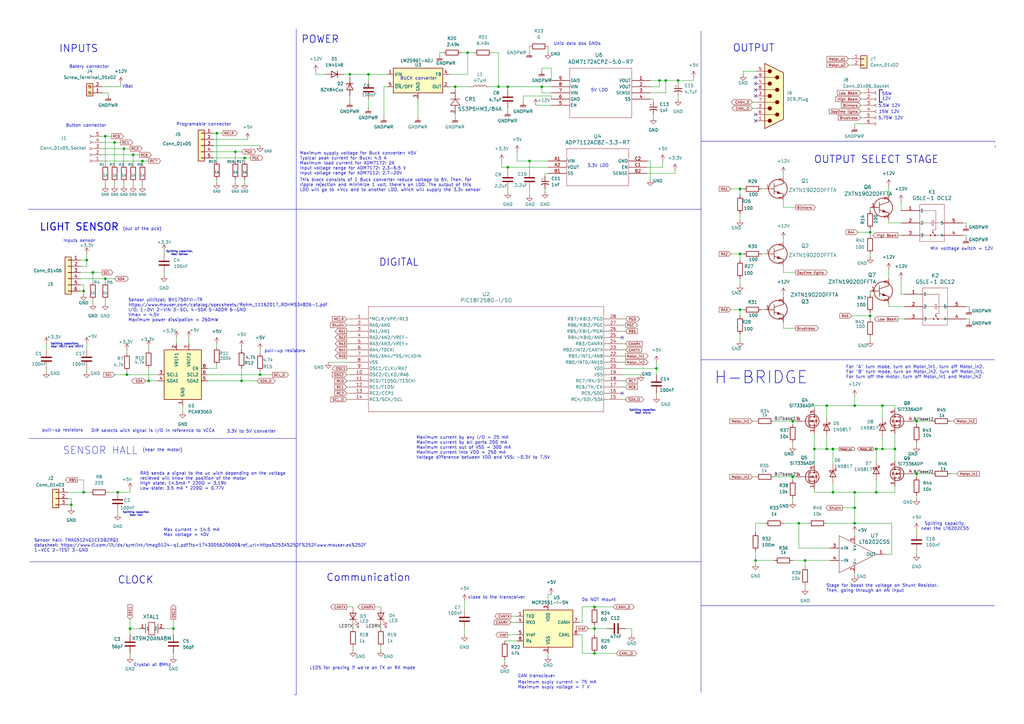
<source format=kicad_sch>
(kicad_sch (version 20231120) (generator "eeschema") (generator_version "8.0")
  (paper "A3")
  (title_block (title "Projecte Eines de Disseny: Llums") (date "2025-03-21") (rev "1.0") (company "Jordi Godàs i Max Pérez"))
  (lib_symbols
    (symbol "ADM7172ACPZ-5.0-R7:ADM7172ACPZ-5.0-R7" (pin_names (offset 0.254))
      (property "Reference" "U" (at 20.32 10.16 0))
      (property "Value" "ADM7172ACPZ-5.0-R7" (at 20.32 7.62 0))
      (symbol "ADM7172ACPZ-5.0-R7_0_1"
        (pin output line (at 0 0 0) (length 7.62) (name "VOUT") (number "1"))
        (pin output line (at 0 -2.54 0) (length 7.62) (name "VOUT") (number "2"))
        (pin unspecified line (at 0 -5.08 0) (length 7.62) (name "SENSE") (number "3"))
        (pin unspecified line (at 0 -7.62 0) (length 7.62) (name "SS") (number "4"))
        (pin input line (at 40.64 -10.16 180) (length 7.62) (name "EN") (number "5"))
        (pin power_out line (at 40.64 -7.62 180) (length 7.62) (name "GND") (number "6"))
        (pin power_in line (at 40.64 -5.08 180) (length 7.62) (name "VIN") (number "7"))
        (pin power_in line (at 40.64 -2.54 180) (length 7.62) (name "VIN") (number "8"))
        (pin power_out line (at 40.64 0 180) (length 7.62) (name "GND") (number "9"))
      )
    )
    (symbol "ADP7112ACBZ-3.3-R7:ADP7112ACBZ-3.3-R7" (pin_names (offset 0.254))
      (property "Reference" "U" (at 20.32 10.16 0))
      (property "Value" "ADP7112ACBZ-3.3-R7" (at 20.32 7.62 0))
      (symbol "ADP7112ACBZ-3.3-R7_0_1"
        (pin power_in line (at 0 0 0) (length 7.62) (name "VIN") (number "A1"))
        (pin output line (at 0 -2.54 0) (length 7.62) (name "VOUT") (number "A2"))
        (pin unspecified line (at 0 -5.08 0) (length 7.62) (name "SS") (number "B1"))
        (pin unspecified line (at 40.64 -5.08 180) (length 7.62) (name "SENSE") (number "B2"))
        (pin input line (at 40.64 -2.54 180) (length 7.62) (name "EN") (number "C1"))
        (pin power_out line (at 40.64 0 180) (length 7.62) (name "GND") (number "C2"))
      )
    )
    (symbol "Connector:Conn_01x05_Socket" (pin_names (offset 1.016) hide)
      (property "Reference" "J" (at 0 7.62 0))
      (property "Value" "Conn_01x05_Socket" (at 0 -7.62 0))
      (symbol "Conn_01x05_Socket_1_1"
        (pin passive line (at -5.08 5.08 0) (length 3.81) (name "Pin_1") (number "1"))
        (pin passive line (at -5.08 2.54 0) (length 3.81) (name "Pin_2") (number "2"))
        (pin passive line (at -5.08 0 0) (length 3.81) (name "Pin_3") (number "3"))
        (pin passive line (at -5.08 -2.54 0) (length 3.81) (name "Pin_4") (number "4"))
        (pin passive line (at -5.08 -5.08 0) (length 3.81) (name "Pin_5") (number "5"))
      )
    )
    (symbol "Connector:Conn_01x06_Socket" (pin_names (offset 1.016) hide)
      (property "Reference" "J" (at 0 7.62 0))
      (property "Value" "Conn_01x06_Socket" (at 0 -10.16 0))
      (symbol "Conn_01x06_Socket_1_1"
        (pin passive line (at -5.08 5.08 0) (length 3.81) (name "Pin_1") (number "1"))
        (pin passive line (at -5.08 2.54 0) (length 3.81) (name "Pin_2") (number "2"))
        (pin passive line (at -5.08 0 0) (length 3.81) (name "Pin_3") (number "3"))
        (pin passive line (at -5.08 -2.54 0) (length 3.81) (name "Pin_4") (number "4"))
        (pin passive line (at -5.08 -5.08 0) (length 3.81) (name "Pin_5") (number "5"))
        (pin passive line (at -5.08 -7.62 0) (length 3.81) (name "Pin_6") (number "6"))
      )
    )
    (symbol "Connector:DE9_Plug" (pin_names (offset 1.016) hide)
      (property "Reference" "J" (at 0 13.97 0))
      (property "Value" "DE9_Plug" (at 0 -14.605 0))
      (symbol "DE9_Plug_1_1"
        (pin passive line (at -7.62 -10.16 0) (length 3.81) (name "1") (number "1"))
        (pin passive line (at -7.62 -5.08 0) (length 3.81) (name "2") (number "2"))
        (pin passive line (at -7.62 0 0) (length 3.81) (name "3") (number "3"))
        (pin passive line (at -7.62 5.08 0) (length 3.81) (name "4") (number "4"))
        (pin passive line (at -7.62 10.16 0) (length 3.81) (name "5") (number "5"))
        (pin passive line (at -7.62 -7.62 0) (length 3.81) (name "6") (number "6"))
        (pin passive line (at -7.62 -2.54 0) (length 3.81) (name "7") (number "7"))
        (pin passive line (at -7.62 2.54 0) (length 3.81) (name "8") (number "8"))
        (pin passive line (at -7.62 7.62 0) (length 3.81) (name "9") (number "9"))
      )
    )
    (symbol "Connector:Screw_Terminal_01x02" (pin_names (offset 1.016) hide)
      (property "Reference" "J" (at 0 2.54 0))
      (property "Value" "Screw_Terminal_01x02" (at 0 -5.08 0))
      (symbol "Screw_Terminal_01x02_1_1"
        (pin passive line (at -5.08 0 0) (length 3.81) (name "Pin_1") (number "1"))
        (pin passive line (at -5.08 -2.54 0) (length 3.81) (name "Pin_2") (number "2"))
      )
    )
    (symbol "Connector_Generic:Conn_01x02" (pin_names (offset 1.016) hide)
      (property "Reference" "J" (at 0 2.54 0))
      (property "Value" "Conn_01x02" (at 0 -5.08 0))
      (symbol "Conn_01x02_1_1"
        (pin passive line (at -5.08 0 0) (length 3.81) (name "Pin_1") (number "1"))
        (pin passive line (at -5.08 -2.54 0) (length 3.81) (name "Pin_2") (number "2"))
      )
    )
    (symbol "Connector_Generic:Conn_01x03" (pin_names (offset 1.016) hide)
      (property "Reference" "J" (at 0 5.08 0))
      (property "Value" "Conn_01x03" (at 0 -5.08 0))
      (symbol "Conn_01x03_1_1"
        (pin passive line (at -5.08 2.54 0) (length 3.81) (name "Pin_1") (number "1"))
        (pin passive line (at -5.08 0 0) (length 3.81) (name "Pin_2") (number "2"))
        (pin passive line (at -5.08 -2.54 0) (length 3.81) (name "Pin_3") (number "3"))
      )
    )
    (symbol "Connector_Generic:Conn_01x05" (pin_names (offset 1.016) hide)
      (property "Reference" "J" (at 0 7.62 0))
      (property "Value" "Conn_01x05" (at 0 -7.62 0))
      (symbol "Conn_01x05_1_1"
        (pin passive line (at -5.08 5.08 0) (length 3.81) (name "Pin_1") (number "1"))
        (pin passive line (at -5.08 2.54 0) (length 3.81) (name "Pin_2") (number "2"))
        (pin passive line (at -5.08 0 0) (length 3.81) (name "Pin_3") (number "3"))
        (pin passive line (at -5.08 -2.54 0) (length 3.81) (name "Pin_4") (number "4"))
        (pin passive line (at -5.08 -5.08 0) (length 3.81) (name "Pin_5") (number "5"))
      )
    )
    (symbol "Connector_Generic:Conn_01x06" (pin_names (offset 1.016) hide)
      (property "Reference" "J" (at 0 7.62 0))
      (property "Value" "Conn_01x06" (at 0 -10.16 0))
      (symbol "Conn_01x06_1_1"
        (pin passive line (at -5.08 5.08 0) (length 3.81) (name "Pin_1") (number "1"))
        (pin passive line (at -5.08 2.54 0) (length 3.81) (name "Pin_2") (number "2"))
        (pin passive line (at -5.08 0 0) (length 3.81) (name "Pin_3") (number "3"))
        (pin passive line (at -5.08 -2.54 0) (length 3.81) (name "Pin_4") (number "4"))
        (pin passive line (at -5.08 -5.08 0) (length 3.81) (name "Pin_5") (number "5"))
        (pin passive line (at -5.08 -7.62 0) (length 3.81) (name "Pin_6") (number "6"))
      )
    )
    (symbol "Device:C" (pin_numbers hide) (pin_names (offset 0.254))
      (property "Reference" "C" (at 0.635 2.54 0))
      (property "Value" "C" (at 0.635 -2.54 0))
      (symbol "C_1_1"
        (pin passive line (at 0 3.81 270) (length 2.794) (name "~") (number "1"))
        (pin passive line (at 0 -3.81 90) (length 2.794) (name "~") (number "2"))
      )
    )
    (symbol "Device:C_Polarized_Small_US" (pin_numbers hide) (pin_names (offset 0.254) hide)
      (property "Reference" "C" (at 0.254 1.778 0))
      (property "Value" "C_Polarized_Small_US" (at 0.254 -2.032 0))
      (symbol "C_Polarized_Small_US_1_1"
        (pin passive line (at 0 2.54 270) (length 2.032) (name "~") (number "1"))
        (pin passive line (at 0 -2.54 90) (length 2.032) (name "~") (number "2"))
      )
    )
    (symbol "Device:L" (pin_numbers hide) (pin_names (offset 1.016) hide)
      (property "Reference" "L" (at -1.27 0 90))
      (property "Value" "L" (at 1.905 0 90))
      (symbol "L_1_1"
        (pin passive line (at 0 3.81 270) (length 1.27) (name "1") (number "1"))
        (pin passive line (at 0 -3.81 90) (length 1.27) (name "2") (number "2"))
      )
    )
    (symbol "Device:LED" (pin_numbers hide) (pin_names (offset 1.016) hide)
      (property "Reference" "D" (at 0 2.54 0))
      (property "Value" "LED" (at 0 -2.54 0))
      (symbol "LED_1_1"
        (pin passive line (at -3.81 0 0) (length 2.54) (name "K") (number "1"))
        (pin passive line (at 3.81 0 180) (length 2.54) (name "A") (number "2"))
      )
    )
    (symbol "Device:R" (pin_numbers hide) (pin_names (offset 0))
      (property "Reference" "R" (at 2.032 0 90))
      (property "Value" "R" (at 0 0 90))
      (symbol "R_1_1"
        (pin passive line (at 0 3.81 270) (length 1.27) (name "~") (number "1"))
        (pin passive line (at 0 -3.81 90) (length 1.27) (name "~") (number "2"))
      )
    )
    (symbol "Diode:1N4148" (pin_numbers hide) (pin_names hide)
      (property "Reference" "D" (at 0 2.54 0))
      (property "Value" "1N4148" (at 0 -2.54 0))
      (symbol "1N4148_1_1"
        (pin passive line (at -3.81 0 0) (length 2.54) (name "K") (number "1"))
        (pin passive line (at 3.81 0 180) (length 2.54) (name "A") (number "2"))
      )
    )
    (symbol "Diode:1N5817" (pin_numbers hide) (pin_names (offset 1.016) hide)
      (property "Reference" "D" (at 0 2.54 0))
      (property "Value" "1N5817" (at 0 -2.54 0))
      (symbol "1N5817_1_1"
        (pin passive line (at -3.81 0 0) (length 2.54) (name "K") (number "1"))
        (pin passive line (at 3.81 0 180) (length 2.54) (name "A") (number "2"))
      )
    )
    (symbol "Diode:BZX84Cxx" (pin_numbers hide) (pin_names hide)
      (property "Reference" "D" (at 0 3.81 0))
      (property "Value" "BZX84Cxx" (at 0 -3.81 0))
      (symbol "BZX84Cxx_1_1"
        (pin passive line (at 3.81 0 180) (length 2.54) (name "A") (number "1"))
        (pin no_connect line (at 1.27 0 180) (length 2.54) hide (name "NC") (number "2"))
        (pin passive line (at -3.81 0 0) (length 2.54) (name "K") (number "3"))
      )
    )
    (symbol "G5LE-1-DC12:G5LE-1_DC12" (pin_names (offset 0.254))
      (property "Reference" "K" (at 12.7 7.62 0))
      (property "Value" "G5LE-1 DC12" (at 20.32 5.08 0))
      (symbol "G5LE-1_DC12_0_1"
        (pin unspecified line (at 0 0 0) (length 7.62) (name "1") (number "1"))
        (pin unspecified line (at 0 -5.08 0) (length 7.62) (name "2") (number "2"))
        (pin unspecified line (at 0 -10.16 0) (length 7.62) (name "3") (number "3"))
        (pin unspecified line (at 25.4 -10.16 180) (length 7.62) (name "4") (number "4"))
        (pin unspecified line (at 25.4 -5.08 180) (length 7.62) (name "5") (number "5"))
      )
    )
    (symbol "Interface:PCA9306D" (pin_names (offset 1.016))
      (property "Reference" "U" (at -7.62 11.43 0))
      (property "Value" "PCA9306D" (at 3.81 11.43 0))
      (symbol "PCA9306D_1_1"
        (pin power_in line (at 0 -12.7 90) (length 2.54) (name "GND") (number "1"))
        (pin power_in line (at -2.54 12.7 270) (length 2.54) (name "VREF1") (number "2"))
        (pin bidirectional line (at -10.16 0 0) (length 2.54) (name "SCL1") (number "3"))
        (pin bidirectional line (at -10.16 -2.54 0) (length 2.54) (name "SDA1") (number "4"))
        (pin bidirectional line (at 10.16 -2.54 180) (length 2.54) (name "SDA2") (number "5"))
        (pin bidirectional line (at 10.16 0 180) (length 2.54) (name "SCL2") (number "6"))
        (pin power_in line (at 2.54 12.7 270) (length 2.54) (name "VREF2") (number "7"))
        (pin input line (at 10.16 2.54 180) (length 2.54) (name "EN") (number "8"))
      )
    )
    (symbol "Interface_CAN_LIN:MCP2551-I-SN" (pin_names (offset 1.016))
      (property "Reference" "U" (at -10.16 8.89 0))
      (property "Value" "MCP2551-I-SN" (at 2.54 8.89 0))
      (symbol "MCP2551-I-SN_1_1"
        (pin input line (at -12.7 5.08 0) (length 2.54) (name "TXD") (number "1"))
        (pin power_in line (at 0 -10.16 90) (length 2.54) (name "VSS") (number "2"))
        (pin power_in line (at 0 10.16 270) (length 2.54) (name "VDD") (number "3"))
        (pin output line (at -12.7 2.54 0) (length 2.54) (name "RXD") (number "4"))
        (pin power_out line (at -12.7 -2.54 0) (length 2.54) (name "Vref") (number "5"))
        (pin bidirectional line (at 12.7 -2.54 180) (length 2.54) (name "CANL") (number "6"))
        (pin bidirectional line (at 12.7 2.54 180) (length 2.54) (name "CANH") (number "7"))
        (pin input line (at -12.7 -5.08 0) (length 2.54) (name "Rs") (number "8"))
      )
    )
    (symbol "LT6202CS5:LT6202CS5" (pin_names (offset 0.254))
      (property "Reference" "U" (at 17.272 13.208 0))
      (property "Value" "LT6202CS5" (at 18.034 9.144 0))
      (symbol "LT6202CS5_1_1"
        (pin output line (at 22.86 2.54 180) (length 3.81) (name "OUT") (number "1"))
        (pin power_in line (at 10.16 -5.08 90) (length 3.0988) (name "V-") (number "2"))
        (pin input line (at 0 5.08 0) (length 3.81) (name "+IN") (number "3"))
        (pin input line (at 0 0 0) (length 3.81) (name "-IN") (number "4"))
        (pin input line (at 10.16 10.16 270) (length 3.1242) (name "V+") (number "5"))
      )
    )
    (symbol "PIC18F2580:PIC18F2580-I_SO" (pin_names (offset 0.254))
      (property "Reference" "U" (at 55.88 10.16 0))
      (property "Value" "PIC18F2580-I/SO" (at 55.88 7.62 0))
      (symbol "PIC18F2580-I_SO_0_1"
        (pin unspecified line (at 0 0 0) (length 7.62) (name "*MCLR/VPP/RE3") (number "1"))
        (pin unspecified line (at 0 -22.86 0) (length 7.62) (name "OSC2/CLKO/RA6") (number "10"))
        (pin unspecified line (at 0 -25.4 0) (length 7.62) (name "RC0/T1OSO/T13CKI") (number "11"))
        (pin unspecified line (at 0 -27.94 0) (length 7.62) (name "RC1/T1OSI") (number "12"))
        (pin unspecified line (at 0 -30.48 0) (length 7.62) (name "RC2/CCP1") (number "13"))
        (pin unspecified line (at 0 -33.02 0) (length 7.62) (name "RC3/SCK/SCL") (number "14"))
        (pin unspecified line (at 111.76 -33.02 180) (length 7.62) (name "RC4/SDI/SDA") (number "15"))
        (pin unspecified line (at 111.76 -30.48 180) (length 7.62) (name "RC5/SDO") (number "16"))
        (pin unspecified line (at 111.76 -27.94 180) (length 7.62) (name "RC6/TX/CK") (number "17"))
        (pin unspecified line (at 111.76 -25.4 180) (length 7.62) (name "RC7/RX/DT") (number "18"))
        (pin unspecified line (at 111.76 -22.86 180) (length 7.62) (name "VSS") (number "19"))
        (pin unspecified line (at 0 -2.54 0) (length 7.62) (name "RA0/AN0") (number "2"))
        (pin unspecified line (at 111.76 -20.32 180) (length 7.62) (name "VDD") (number "20"))
        (pin unspecified line (at 111.76 -17.78 180) (length 7.62) (name "RB0/INT0/AN10") (number "21"))
        (pin unspecified line (at 111.76 -15.24 180) (length 7.62) (name "RB1/INT1/AN8") (number "22"))
        (pin unspecified line (at 111.76 -12.7 180) (length 7.62) (name "RB2/INT2/CANTX") (number "23"))
        (pin unspecified line (at 111.76 -10.16 180) (length 7.62) (name "RB3/CANRX") (number "24"))
        (pin unspecified line (at 111.76 -7.62 180) (length 7.62) (name "RB4/KBI0/AN9") (number "25"))
        (pin unspecified line (at 111.76 -5.08 180) (length 7.62) (name "RB5/KBI1/PGM") (number "26"))
        (pin unspecified line (at 111.76 -2.54 180) (length 7.62) (name "RB6/KBI2/PGC") (number "27"))
        (pin unspecified line (at 111.76 0 180) (length 7.62) (name "RB7/KBI3/PGD") (number "28"))
        (pin unspecified line (at 0 -5.08 0) (length 7.62) (name "RA1/AN1") (number "3"))
        (pin unspecified line (at 0 -7.62 0) (length 7.62) (name "RA2/AN2/VREF-") (number "4"))
        (pin unspecified line (at 0 -10.16 0) (length 7.62) (name "RA3/AN3/VREF+") (number "5"))
        (pin unspecified line (at 0 -12.7 0) (length 7.62) (name "RA4/T0CKI") (number "6"))
        (pin unspecified line (at 0 -15.24 0) (length 7.62) (name "RA5/AN4/*SS/HLVDIN") (number "7"))
        (pin unspecified line (at 0 -17.78 0) (length 7.62) (name "VSS") (number "8"))
        (pin unspecified line (at 0 -20.32 0) (length 7.62) (name "OSC1/CLKI/RA7") (number "9"))
      )
    )
    (symbol "Regulator_Switching:LM2596T-ADJ"
      (property "Reference" "U" (at -10.16 6.35 0))
      (property "Value" "LM2596T-ADJ" (at 0 6.35 0))
      (symbol "LM2596T-ADJ_1_1"
        (pin power_in line (at -12.7 2.54 0) (length 2.54) (name "VIN") (number "1"))
        (pin output line (at 12.7 -2.54 180) (length 2.54) (name "OUT") (number "2"))
        (pin power_in line (at 0 -7.62 90) (length 2.54) (name "GND") (number "3"))
        (pin input line (at 12.7 2.54 180) (length 2.54) (name "FB") (number "4"))
        (pin input line (at -12.7 -2.54 0) (length 2.54) (name "~{ON}/OFF") (number "5"))
      )
    )
    (symbol "SS3P5:SS3P5HM3_84A" (pin_names (offset 0.254))
      (property "Reference" "CR" (at 5.08 4.445 0))
      (property "Value" "SS3P5HM3/84A" (at 5.08 -3.81 0))
      (symbol "SS3P5HM3_84A_0_1"
        (pin unspecified line (at 10.16 0 180) (length 2.54) (name "") (number "1"))
        (pin unspecified line (at 0 0 0) (length 2.54) (name "") (number "2"))
      )
    )
    (symbol "Transistor_FET:Si7336ADP" (pin_names hide)
      (property "Reference" "Q" (at 5.08 1.905 0))
      (property "Value" "Si7336ADP" (at 5.08 0 0))
      (symbol "Si7336ADP_1_1"
        (pin passive line (at 2.54 -5.08 90) (length 2.54) (name "S") (number "1"))
        (pin passive line (at 2.54 -5.08 90) (length 2.54) hide (name "S") (number "2"))
        (pin passive line (at 2.54 -5.08 90) (length 2.54) hide (name "S") (number "3"))
        (pin input line (at -5.08 0 0) (length 2.54) (name "G") (number "4"))
        (pin passive line (at 2.54 5.08 270) (length 2.54) (name "D") (number "5"))
      )
    )
    (symbol "XT9M20HRR8M:XT9M20ANA8M" (pin_names (offset 0.254))
      (property "Reference" "XTAL" (at 5.08 4.445 0))
      (property "Value" "XT9M20ANA8M" (at 5.08 -4.445 0))
      (symbol "XT9M20ANA8M_0_1"
        (pin unspecified line (at 0 0 0) (length 2.54) (name "1") (number "1"))
        (pin unspecified line (at 10.16 0 180) (length 2.54) (name "2") (number "2"))
      )
    )
    (symbol "ZXTN:ZXTN19020DFFTA" (pin_names (offset 0.254))
      (property "Reference" "Q" (at 10.16 2.54 0))
      (property "Value" "ZXTN19020DFFTA" (at 10.16 -2.54 0))
      (symbol "ZXTN19020DFFTA_0_1"
        (pin unspecified line (at 0 0 0) (length 2.54) (name "") (number "1"))
        (pin unspecified line (at 7.62 -5.08 90) (length 2.54) (name "") (number "2"))
        (pin unspecified line (at 7.62 5.08 270) (length 2.54) (name "") (number "3"))
      )
    )
    (symbol "power:+12V" (power) (pin_numbers hide) (pin_names (offset 0) hide)
      (property "Value" "+12V" (at 0 3.556 0))
      (symbol "+12V_1_1"
        (pin power_in line (at 0 0 90) (length 0) (name "~") (number "1"))
      )
    )
    (symbol "power:+3.3V" (power) (pin_numbers hide) (pin_names (offset 0) hide)
      (property "Value" "+3.3V" (at 0 3.556 0))
      (symbol "+3.3V_1_1"
        (pin power_in line (at 0 0 90) (length 0) (name "~") (number "1"))
      )
    )
    (symbol "power:+5V" (power) (pin_numbers hide) (pin_names (offset 0) hide)
      (property "Value" "+5V" (at 0 3.556 0))
      (symbol "+5V_1_1"
        (pin power_in line (at 0 0 90) (length 0) (name "~") (number "1"))
      )
    )
    (symbol "power:GND" (power) (pin_numbers hide) (pin_names (offset 0) hide)
      (property "Value" "GND" (at 0 -3.81 0))
      (symbol "GND_1_1"
        (pin power_in line (at 0 0 270) (length 0) (name "~") (number "1"))
      )
    )
    (symbol "power:GNDPWR" (power) (pin_numbers hide) (pin_names (offset 0) hide)
      (property "Value" "GNDPWR" (at 0 -3.302 0))
      (symbol "GNDPWR_1_1"
        (pin power_in line (at 0 0 270) (length 0) (name "~") (number "1"))
      )
    )
  )
  (junction (at 34.29 201.93))
  (junction (at 359.41 201.93))
  (junction (at 38.1 111.76))
  (junction (at 46.99 58.42))
  (junction (at 100.33 64.77))
  (junction (at 339.09 166.37))
  (junction (at 278.13 33.02))
  (junction (at 143.51 30.48))
  (junction (at 99.06 156.21))
  (junction (at 350.52 201.93))
  (junction (at 375.92 172.72))
  (junction (at 273.05 33.02))
  (junction (at 60.96 156.21))
  (junction (at 34.29 119.38))
  (junction (at 88.9 54.61))
  (junction (at 222.25 35.56))
  (junction (at 361.95 184.15))
  (junction (at 334.01 184.15))
  (junction (at 191.77 21.59))
  (junction (at 341.63 184.15))
  (junction (at 270.51 33.02))
  (junction (at 106.68 153.67))
  (junction (at 309.88 229.87))
  (junction (at 217.17 66.04))
  (junction (at 208.28 35.56))
  (junction (at 52.07 153.67))
  (junction (at 375.92 194.31))
  (junction (at 54.61 63.5))
  (junction (at 208.28 68.58))
  (junction (at 243.84 257.81))
  (junction (at 53.34 257.81))
  (junction (at 50.8 60.96))
  (junction (at 361.95 166.37))
  (junction (at 29.21 207.01))
  (junction (at 243.84 267.97))
  (junction (at 327.66 214.63))
  (junction (at 325.12 172.72))
  (junction (at 269.24 151.13))
  (junction (at 356.87 95.25))
  (junction (at 303.53 104.14))
  (junction (at 43.18 55.88))
  (junction (at 35.56 106.68))
  (junction (at 186.69 35.56))
  (junction (at 350.52 208.28))
  (junction (at 356.87 129.54))
  (junction (at 330.2 229.87))
  (junction (at 48.26 201.93))
  (junction (at 151.13 30.48))
  (junction (at 204.47 35.56))
  (junction (at 96.52 62.23))
  (junction (at 367.03 184.15))
  (junction (at 243.84 248.92))
  (junction (at 58.42 66.04))
  (junction (at 359.41 184.15))
  (junction (at 303.53 77.47))
  (junction (at 350.52 166.37))
  (junction (at 303.53 127))
  (junction (at 43.18 114.3))
  (junction (at 350.52 214.63))
  (junction (at 325.12 195.58))
  (junction (at 339.09 184.15))
  (junction (at 341.63 201.93))
  (junction (at 71.12 257.81))
  (no_connect (at 255.27 161.29))
  (no_connect (at 309.88 36.83))
  (no_connect (at 309.88 49.53))
  (no_connect (at 309.88 39.37))
  (no_connect (at 309.88 34.29))
  (no_connect (at 255.27 138.43))
  (no_connect (at 309.88 31.75))
  (no_connect (at 309.88 46.99))
  (wire (pts (xy 396.24 125.73) (xy 397.51 125.73)))
  (wire (pts (xy 77.47 138.43) (xy 77.47 140.97)))
  (wire (pts (xy 321.31 111.76) (xy 321.31 109.22)))
  (wire (pts (xy 365.76 214.63) (xy 365.76 227.33)))
  (wire (pts (xy 325.12 195.58) (xy 326.39 195.58)))
  (wire (pts (xy 256.54 143.51) (xy 255.27 143.51)))
  (wire (pts (xy 35.56 152.4) (xy 35.56 151.13)))
  (wire (pts (xy 308.61 44.45) (xy 309.88 44.45)))
  (wire (pts (xy 129.54 29.21) (xy 129.54 30.48)))
  (wire (pts (xy 350.52 236.22) (xy 350.52 234.95)))
  (wire (pts (xy 251.46 248.92) (xy 243.84 248.92)))
  (wire (pts (xy 50.8 76.2) (xy 50.8 74.93)))
  (wire (pts (xy 224.79 243.84) (xy 224.79 247.65)))
  (wire (pts (xy 191.77 21.59) (xy 191.77 30.48)))
  (wire (pts (xy 214.63 39.37) (xy 226.06 39.37)))
  (wire (pts (xy 142.24 156.21) (xy 143.51 156.21)))
  (wire (pts (xy 339.09 166.37) (xy 339.09 171.45)))
  (wire (pts (xy 267.97 48.26) (xy 267.97 46.99)))
  (wire (pts (xy 284.48 31.75) (xy 284.48 33.02)))
  (wire (pts (xy 96.52 62.23) (xy 87.63 62.23)))
  (wire (pts (xy 212.09 66.04) (xy 217.17 66.04)))
  (polyline (pts (xy 430.276 219.964) (xy 430.53 219.71)))
  (wire (pts (xy 224.79 269.24) (xy 224.79 267.97)))
  (wire (pts (xy 327.66 224.79) (xy 340.36 224.79)))
  (wire (pts (xy 19.05 140.97) (xy 19.05 143.51)))
  (wire (pts (xy 303.53 139.7) (xy 303.53 137.16)))
  (wire (pts (xy 100.33 64.77) (xy 102.87 64.77)))
  (wire (pts (xy 303.53 90.17) (xy 303.53 87.63)))
  (wire (pts (xy 186.69 35.56) (xy 193.04 35.56)))
  (wire (pts (xy 143.51 31.75) (xy 143.51 30.48)))
  (wire (pts (xy 334.01 201.93) (xy 341.63 201.93)))
  (wire (pts (xy 375.92 195.58) (xy 375.92 194.31)))
  (wire (pts (xy 58.42 76.2) (xy 58.42 74.93)))
  (wire (pts (xy 191.77 21.59) (xy 194.31 21.59)))
  (wire (pts (xy 278.13 34.29) (xy 278.13 33.02)))
  (wire (pts (xy 34.29 196.85) (xy 34.29 201.93)))
  (wire (pts (xy 368.3 130.81) (xy 370.84 130.81)))
  (wire (pts (xy 53.34 254) (xy 53.34 257.81)))
  (wire (pts (xy 350.52 208.28) (xy 350.52 214.63)))
  (wire (pts (xy 389.89 172.72) (xy 391.16 172.72)))
  (wire (pts (xy 367.03 184.15) (xy 367.03 189.23)))
  (wire (pts (xy 238.76 260.35) (xy 237.49 260.35)))
  (wire (pts (xy 271.78 68.58) (xy 265.43 68.58)))
  (wire (pts (xy 52.07 153.67) (xy 52.07 152.4)))
  (wire (pts (xy 309.88 229.87) (xy 317.5 229.87)))
  (wire (pts (xy 359.41 201.93) (xy 367.03 201.93)))
  (wire (pts (xy 186.69 35.56) (xy 186.69 36.83)))
  (wire (pts (xy 38.1 111.76) (xy 38.1 115.57)))
  (wire (pts (xy 334.01 177.8) (xy 334.01 184.15)))
  (wire (pts (xy 309.88 214.63) (xy 309.88 218.44)))
  (wire (pts (xy 375.92 218.44) (xy 375.92 217.17)))
  (wire (pts (xy 100.33 64.77) (xy 100.33 66.04)))
  (wire (pts (xy 142.24 151.13) (xy 143.51 151.13)))
  (wire (pts (xy 142.24 163.83) (xy 143.51 163.83)))
  (wire (pts (xy 341.63 198.12) (xy 341.63 201.93)))
  (wire (pts (xy 29.21 207.01) (xy 29.21 208.28)))
  (wire (pts (xy 356.87 95.25) (xy 356.87 96.52)))
  (wire (pts (xy 356.87 139.7) (xy 356.87 138.43)))
  (wire (pts (xy 33.02 114.3) (xy 43.18 114.3)))
  (wire (pts (xy 350.52 162.56) (xy 350.52 166.37)))
  (wire (pts (xy 368.3 96.52) (xy 369.57 96.52)))
  (wire (pts (xy 321.31 97.79) (xy 321.31 99.06)))
  (wire (pts (xy 184.15 35.56) (xy 186.69 35.56)))
  (wire (pts (xy 350.52 201.93) (xy 359.41 201.93)))
  (wire (pts (xy 256.54 156.21) (xy 255.27 156.21)))
  (wire (pts (xy 48.26 201.93) (xy 44.45 201.93)))
  (wire (pts (xy 207.01 262.89) (xy 212.09 262.89)))
  (wire (pts (xy 350.52 201.93) (xy 350.52 208.28)))
  (wire (pts (xy 226.06 39.37) (xy 226.06 40.64)))
  (wire (pts (xy 53.34 257.81) (xy 57.15 257.81)))
  (wire (pts (xy 299.72 104.14) (xy 303.53 104.14)))
  (wire (pts (xy 266.7 35.56) (xy 270.51 35.56)))
  (wire (pts (xy 256.54 148.59) (xy 255.27 148.59)))
  (wire (pts (xy 309.88 226.06) (xy 309.88 229.87)))
  (wire (pts (xy 53.34 257.81) (xy 53.34 260.35)))
  (wire (pts (xy 325.12 229.87) (xy 330.2 229.87)))
  (wire (pts (xy 189.23 21.59) (xy 191.77 21.59)))
  (wire (pts (xy 222.25 35.56) (xy 226.06 35.56)))
  (wire (pts (xy 67.31 257.81) (xy 71.12 257.81)))
  (wire (pts (xy 375.92 227.33) (xy 375.92 226.06)))
  (wire (pts (xy 34.29 120.65) (xy 34.29 119.38)))
  (wire (pts (xy 325.12 172.72) (xy 326.39 172.72)))
  (wire (pts (xy 396.24 130.81) (xy 397.51 130.81)))
  (polyline (pts (xy 287.528 147.574) (xy 407.924 147.574)))
  (wire (pts (xy 106.68 152.4) (xy 106.68 153.67)))
  (wire (pts (xy 339.09 179.07) (xy 339.09 184.15)))
  (wire (pts (xy 330.2 241.3) (xy 330.2 240.03)))
  (wire (pts (xy 339.09 214.63) (xy 350.52 214.63)))
  (wire (pts (xy 356.87 85.09) (xy 356.87 86.36)))
  (wire (pts (xy 262.89 153.67) (xy 255.27 153.67)))
  (wire (pts (xy 29.21 204.47) (xy 29.21 207.01)))
  (wire (pts (xy 214.63 41.91) (xy 214.63 39.37)))
  (wire (pts (xy 208.28 68.58) (xy 208.28 69.85)))
  (wire (pts (xy 180.34 21.59) (xy 180.34 22.86)))
  (wire (pts (xy 35.56 109.22) (xy 33.02 109.22)))
  (wire (pts (xy 256.54 135.89) (xy 255.27 135.89)))
  (wire (pts (xy 142.24 153.67) (xy 143.51 153.67)))
  (wire (pts (xy 129.54 30.48) (xy 133.35 30.48)))
  (wire (pts (xy 238.76 248.92) (xy 238.76 255.27)))
  (wire (pts (xy 303.53 77.47) (xy 304.8 77.47)))
  (polyline (pts (xy 121.5151 11.8822) (xy 121.5151 284.9426)))
  (polyline (pts (xy 11.938 179.832) (xy 121.412 179.832)))
  (wire (pts (xy 359.41 184.15) (xy 359.41 189.23)))
  (wire (pts (xy 317.5 195.58) (xy 325.12 195.58)))
  (wire (pts (xy 334.01 166.37) (xy 334.01 167.64)))
  (wire (pts (xy 364.49 91.44) (xy 369.57 91.44)))
  (wire (pts (xy 144.78 257.81) (xy 144.78 256.54)))
  (wire (pts (xy 361.95 184.15) (xy 367.03 184.15)))
  (wire (pts (xy 87.63 57.15) (xy 101.6 57.15)))
  (wire (pts (xy 334.01 184.15) (xy 339.09 184.15)))
  (wire (pts (xy 204.47 21.59) (xy 204.47 35.56)))
  (wire (pts (xy 49.53 34.29) (xy 49.53 35.56)))
  (wire (pts (xy 144.78 266.7) (xy 144.78 265.43)))
  (wire (pts (xy 325.12 173.99) (xy 325.12 172.72)))
  (wire (pts (xy 356.87 105.41) (xy 356.87 104.14)))
  (wire (pts (xy 208.28 45.72) (xy 208.28 44.45)))
  (wire (pts (xy 200.66 35.56) (xy 204.47 35.56)))
  (wire (pts (xy 339.09 184.15) (xy 341.63 184.15)))
  (wire (pts (xy 271.78 66.04) (xy 271.78 68.58)))
  (wire (pts (xy 156.21 266.7) (xy 156.21 265.43)))
  (wire (pts (xy 256.54 158.75) (xy 255.27 158.75)))
  (wire (pts (xy 312.42 127) (xy 313.69 127)))
  (wire (pts (xy 353.06 38.1) (xy 354.33 38.1)))
  (wire (pts (xy 269.24 151.13) (xy 269.24 153.67)))
  (wire (pts (xy 266.7 40.64) (xy 267.97 40.64)))
  (polyline (pts (xy 11.684 85.852) (xy 287.5682 85.8493)))
  (wire (pts (xy 71.12 269.24) (xy 71.12 267.97)))
  (wire (pts (xy 54.61 63.5) (xy 54.61 67.31)))
  (wire (pts (xy 334.01 166.37) (xy 339.09 166.37)))
  (wire (pts (xy 389.89 194.31) (xy 392.43 194.31)))
  (wire (pts (xy 299.72 127) (xy 303.53 127)))
  (wire (pts (xy 190.5 246.38) (xy 190.5 250.19)))
  (wire (pts (xy 312.42 104.14) (xy 313.69 104.14)))
  (polyline (pts (xy 287.528 57.912) (xy 407.924 57.912)))
  (wire (pts (xy 226.06 27.94) (xy 222.25 27.94)))
  (wire (pts (xy 85.09 156.21) (xy 99.06 156.21)))
  (wire (pts (xy 256.54 146.05) (xy 255.27 146.05)))
  (wire (pts (xy 278.13 40.64) (xy 278.13 39.37)))
  (wire (pts (xy 27.94 201.93) (xy 34.29 201.93)))
  (wire (pts (xy 59.69 156.21) (xy 60.96 156.21)))
  (wire (pts (xy 303.53 129.54) (xy 303.53 127)))
  (wire (pts (xy 87.63 54.61) (xy 88.9 54.61)))
  (wire (pts (xy 60.96 156.21) (xy 64.77 156.21)))
  (wire (pts (xy 41.91 55.88) (xy 43.18 55.88)))
  (wire (pts (xy 304.8 30.48) (xy 304.8 29.21)))
  (wire (pts (xy 31.75 196.85) (xy 34.29 196.85)))
  (wire (pts (xy 326.39 85.09) (xy 321.31 85.09)))
  (wire (pts (xy 369.57 82.55) (xy 369.57 86.36)))
  (wire (pts (xy 356.87 128.27) (xy 356.87 129.54)))
  (wire (pts (xy 270.51 35.56) (xy 270.51 33.02)))
  (wire (pts (xy 50.8 60.96) (xy 50.8 67.31)))
  (wire (pts (xy 243.84 248.92) (xy 238.76 248.92)))
  (wire (pts (xy 43.18 114.3) (xy 43.18 115.57)))
  (polyline (pts (xy 12.192 230.378) (xy 287.528 230.378)))
  (wire (pts (xy 151.13 40.64) (xy 151.13 44.45)))
  (wire (pts (xy 29.21 204.47) (xy 27.94 204.47)))
  (wire (pts (xy 33.02 106.68) (xy 35.56 106.68)))
  (wire (pts (xy 143.51 39.37) (xy 143.51 41.91)))
  (wire (pts (xy 266.7 38.1) (xy 273.05 38.1)))
  (wire (pts (xy 88.9 140.97) (xy 88.9 142.24)))
  (wire (pts (xy 312.42 77.47) (xy 313.69 77.47)))
  (wire (pts (xy 364.49 124.46) (xy 364.49 125.73)))
  (wire (pts (xy 382.27 172.72) (xy 375.92 172.72)))
  (wire (pts (xy 54.61 63.5) (xy 57.15 63.5)))
  (wire (pts (xy 85.09 153.67) (xy 106.68 153.67)))
  (wire (pts (xy 361.95 184.15) (xy 359.41 184.15)))
  (wire (pts (xy 48.26 210.82) (xy 48.26 209.55)))
  (wire (pts (xy 52.07 153.67) (xy 64.77 153.67)))
  (wire (pts (xy 33.02 116.84) (xy 34.29 116.84)))
  (wire (pts (xy 46.99 58.42) (xy 49.53 58.42)))
  (wire (pts (xy 35.56 106.68) (xy 35.56 109.22)))
  (wire (pts (xy 350.52 50.8) (xy 350.52 52.07)))
  (wire (pts (xy 309.88 214.63) (xy 313.69 214.63)))
  (wire (pts (xy 43.18 55.88) (xy 43.18 67.31)))
  (wire (pts (xy 364.49 110.49) (xy 364.49 114.3)))
  (wire (pts (xy 374.65 172.72) (xy 375.92 172.72)))
  (wire (pts (xy 243.84 257.81) (xy 248.92 257.81)))
  (wire (pts (xy 273.05 33.02) (xy 278.13 33.02)))
  (bus (pts (xy 360.68 41.91) (xy 361.95 41.91)))
  (wire (pts (xy 276.86 69.85) (xy 276.86 71.12)))
  (wire (pts (xy 217.17 77.47) (xy 217.17 80.01)))
  (wire (pts (xy 241.3 257.81) (xy 243.84 257.81)))
  (wire (pts (xy 53.34 201.93) (xy 48.26 201.93)))
  (wire (pts (xy 273.05 33.02) (xy 273.05 38.1)))
  (wire (pts (xy 325.12 182.88) (xy 325.12 181.61)))
  (wire (pts (xy 208.28 36.83) (xy 208.28 35.56)))
  (wire (pts (xy 238.76 267.97) (xy 238.76 260.35)))
  (wire (pts (xy 27.94 207.01) (xy 29.21 207.01)))
  (wire (pts (xy 142.24 248.92) (xy 144.78 248.92)))
  (wire (pts (xy 60.96 142.24) (xy 60.96 143.51)))
  (wire (pts (xy 334.01 200.66) (xy 334.01 201.93)))
  (wire (pts (xy 106.68 59.69) (xy 87.63 59.69)))
  (wire (pts (xy 58.42 66.04) (xy 58.42 67.31)))
  (wire (pts (xy 259.08 257.81) (xy 259.08 260.35)))
  (wire (pts (xy 186.69 48.26) (xy 186.69 46.99)))
  (wire (pts (xy 321.31 85.09) (xy 321.31 82.55)))
  (wire (pts (xy 367.03 166.37) (xy 367.03 167.64)))
  (wire (pts (xy 208.28 260.35) (xy 212.09 260.35)))
  (wire (pts (xy 266.7 66.04) (xy 265.43 66.04)))
  (bus (pts (xy 360.68 36.83) (xy 360.68 41.91)))
  (wire (pts (xy 353.06 48.26) (xy 354.33 48.26)))
  (wire (pts (xy 142.24 130.81) (xy 143.51 130.81)))
  (wire (pts (xy 369.57 114.3) (xy 369.57 120.65)))
  (wire (pts (xy 256.54 133.35) (xy 255.27 133.35)))
  (wire (pts (xy 334.01 184.15) (xy 334.01 190.5)))
  (wire (pts (xy 321.31 120.65) (xy 321.31 121.92)))
  (wire (pts (xy 222.25 27.94) (xy 222.25 29.21)))
  (wire (pts (xy 308.61 172.72) (xy 309.88 172.72)))
  (wire (pts (xy 350.52 218.44) (xy 350.52 219.71)))
  (wire (pts (xy 142.24 143.51) (xy 143.51 143.51)))
  (wire (pts (xy 256.54 163.83) (xy 255.27 163.83)))
  (wire (pts (xy 74.93 168.91) (xy 74.93 166.37)))
  (wire (pts (xy 153.67 248.92) (xy 156.21 248.92)))
  (wire (pts (xy 358.14 184.15) (xy 359.41 184.15)))
  (polyline (pts (xy 287.528 248.412) (xy 407.924 248.412)))
  (polyline (pts (xy 120.7908 284.9426) (xy 121.5151 284.9426)))
  (wire (pts (xy 46.99 153.67) (xy 52.07 153.67)))
  (wire (pts (xy 304.8 29.21) (xy 309.88 29.21)))
  (wire (pts (xy 364.49 125.73) (xy 370.84 125.73)))
  (wire (pts (xy 361.95 166.37) (xy 367.03 166.37)))
  (wire (pts (xy 321.31 71.12) (xy 321.31 72.39)))
  (wire (pts (xy 375.92 182.88) (xy 375.92 181.61)))
  (wire (pts (xy 223.52 71.12) (xy 224.79 71.12)))
  (wire (pts (xy 209.55 255.27) (xy 212.09 255.27)))
  (wire (pts (xy 350.52 50.8) (xy 354.33 50.8)))
  (wire (pts (xy 266.7 33.02) (xy 270.51 33.02)))
  (polyline (pts (xy 407.924 57.912) (xy 407.924 58.42)))
  (wire (pts (xy 396.24 96.52) (xy 394.97 96.52)))
  (wire (pts (xy 35.56 140.97) (xy 35.56 143.51)))
  (wire (pts (xy 88.9 54.61) (xy 91.44 54.61)))
  (wire (pts (xy 142.24 146.05) (xy 143.51 146.05)))
  (wire (pts (xy 303.53 127) (xy 304.8 127)))
  (wire (pts (xy 142.24 158.75) (xy 143.51 158.75)))
  (wire (pts (xy 67.31 104.14) (xy 67.31 102.87)))
  (wire (pts (xy 222.25 35.56) (xy 222.25 38.1)))
  (wire (pts (xy 19.05 152.4) (xy 19.05 151.13)))
  (wire (pts (xy 142.24 135.89) (xy 143.51 135.89)))
  (wire (pts (xy 38.1 124.46) (xy 38.1 123.19)))
  (wire (pts (xy 341.63 184.15) (xy 344.17 184.15)))
  (wire (pts (xy 266.7 66.04) (xy 266.7 73.66)))
  (wire (pts (xy 217.17 69.85) (xy 217.17 66.04)))
  (wire (pts (xy 88.9 54.61) (xy 88.9 66.04)))
  (wire (pts (xy 96.52 74.93) (xy 96.52 73.66)))
  (wire (pts (xy 99.06 142.24) (xy 99.06 143.51)))
  (wire (pts (xy 223.52 78.74) (xy 223.52 77.47)))
  (wire (pts (xy 349.25 129.54) (xy 356.87 129.54)))
  (wire (pts (xy 321.31 134.62) (xy 321.31 132.08)))
  (wire (pts (xy 303.53 104.14) (xy 304.8 104.14)))
  (wire (pts (xy 364.49 76.2) (xy 364.49 80.01)))
  (wire (pts (xy 71.12 257.81) (xy 71.12 260.35)))
  (wire (pts (xy 326.39 134.62) (xy 321.31 134.62)))
  (wire (pts (xy 72.39 140.97) (xy 72.39 138.43)))
  (wire (pts (xy 353.06 40.64) (xy 354.33 40.64)))
  (wire (pts (xy 212.09 62.23) (xy 212.09 66.04)))
  (wire (pts (xy 356.87 119.38) (xy 356.87 120.65)))
  (wire (pts (xy 46.99 76.2) (xy 46.99 74.93)))
  (wire (pts (xy 43.18 55.88) (xy 45.72 55.88)))
  (wire (pts (xy 142.24 133.35) (xy 143.51 133.35)))
  (wire (pts (xy 157.48 35.56) (xy 157.48 48.26)))
  (wire (pts (xy 369.57 120.65) (xy 370.84 120.65)))
  (wire (pts (xy 41.91 35.56) (xy 49.53 35.56)))
  (wire (pts (xy 209.55 252.73) (xy 212.09 252.73)))
  (wire (pts (xy 96.52 62.23) (xy 96.52 66.04)))
  (wire (pts (xy 351.79 95.25) (xy 356.87 95.25)))
  (wire (pts (xy 222.25 38.1) (xy 226.06 38.1)))
  (wire (pts (xy 46.99 114.3) (xy 43.18 114.3)))
  (wire (pts (xy 106.68 143.51) (xy 106.68 144.78)))
  (wire (pts (xy 50.8 60.96) (xy 53.34 60.96)))
  (wire (pts (xy 317.5 172.72) (xy 325.12 172.72)))
  (wire (pts (xy 217.17 21.59) (xy 217.17 19.05)))
  (wire (pts (xy 208.28 35.56) (xy 222.25 35.56)))
  (wire (pts (xy 67.31 113.03) (xy 67.31 111.76)))
  (wire (pts (xy 180.34 21.59) (xy 181.61 21.59)))
  (wire (pts (xy 326.39 111.76) (xy 321.31 111.76)))
  (wire (pts (xy 309.88 231.14) (xy 309.88 229.87)))
  (wire (pts (xy 308.61 41.91) (xy 309.88 41.91)))
  (wire (pts (xy 134.62 148.59) (xy 143.51 148.59)))
  (wire (pts (xy 157.48 35.56) (xy 158.75 35.56)))
  (wire (pts (xy 41.91 66.04) (xy 58.42 66.04)))
  (wire (pts (xy 238.76 255.27) (xy 237.49 255.27)))
  (polyline (pts (xy 287.528 147.828) (xy 287.528 147.574)))
  (wire (pts (xy 308.61 195.58) (xy 309.88 195.58)))
  (wire (pts (xy 327.66 214.63) (xy 327.66 224.79)))
  (wire (pts (xy 204.47 35.56) (xy 208.28 35.56)))
  (wire (pts (xy 397.51 130.81) (xy 397.51 132.08)))
  (wire (pts (xy 205.74 68.58) (xy 208.28 68.58)))
  (wire (pts (xy 224.79 21.59) (xy 224.79 19.05)))
  (wire (pts (xy 46.99 58.42) (xy 46.99 67.31)))
  (wire (pts (xy 347.98 26.67) (xy 349.25 26.67)))
  (wire (pts (xy 397.51 125.73) (xy 397.51 127)))
  (wire (pts (xy 142.24 138.43) (xy 143.51 138.43)))
  (wire (pts (xy 361.95 179.07) (xy 361.95 184.15)))
  (wire (pts (xy 367.03 199.39) (xy 367.03 201.93)))
  (wire (pts (xy 140.97 30.48) (xy 143.51 30.48)))
  (wire (pts (xy 34.29 116.84) (xy 34.29 119.38)))
  (wire (pts (xy 53.34 200.66) (xy 53.34 201.93)))
  (wire (pts (xy 375.92 173.99) (xy 375.92 172.72)))
  (wire (pts (xy 341.63 201.93) (xy 350.52 201.93)))
  (wire (pts (xy 217.17 66.04) (xy 224.79 66.04)))
  (wire (pts (xy 58.42 66.04) (xy 60.96 66.04)))
  (wire (pts (xy 35.56 104.14) (xy 35.56 106.68)))
  (wire (pts (xy 365.76 227.33) (xy 363.22 227.33)))
  (wire (pts (xy 88.9 74.93) (xy 88.9 73.66)))
  (wire (pts (xy 269.24 162.56) (xy 269.24 161.29)))
  (wire (pts (xy 219.71 43.18) (xy 226.06 43.18)))
  (wire (pts (xy 330.2 229.87) (xy 340.36 229.87)))
  (wire (pts (xy 345.44 208.28) (xy 350.52 208.28)))
  (polyline (pts (xy 287.528 283.9518) (xy 287.528 12.7)))
  (wire (pts (xy 41.91 60.96) (xy 50.8 60.96)))
  (wire (pts (xy 43.18 76.2) (xy 43.18 74.93)))
  (wire (pts (xy 44.45 38.1) (xy 44.45 39.37)))
  (wire (pts (xy 52.07 143.51) (xy 52.07 144.78)))
  (wire (pts (xy 356.87 130.81) (xy 356.87 129.54)))
  (wire (pts (xy 303.53 116.84) (xy 303.53 114.3)))
  (wire (pts (xy 143.51 30.48) (xy 151.13 30.48)))
  (wire (pts (xy 374.65 194.31) (xy 375.92 194.31)))
  (wire (pts (xy 270.51 33.02) (xy 273.05 33.02)))
  (wire (pts (xy 151.13 30.48) (xy 158.75 30.48)))
  (wire (pts (xy 100.33 74.93) (xy 100.33 73.66)))
  (wire (pts (xy 243.84 257.81) (xy 243.84 260.35)))
  (wire (pts (xy 278.13 33.02) (xy 284.48 33.02)))
  (wire (pts (xy 34.29 201.93) (xy 36.83 201.93)))
  (wire (pts (xy 256.54 140.97) (xy 255.27 140.97)))
  (bus (pts (xy 360.68 36.83) (xy 361.95 36.83)))
  (wire (pts (xy 330.2 232.41) (xy 330.2 229.87)))
  (wire (pts (xy 105.41 156.21) (xy 99.06 156.21)))
  (wire (pts (xy 325.12 196.85) (xy 325.12 195.58)))
  (wire (pts (xy 321.31 214.63) (xy 327.66 214.63)))
  (wire (pts (xy 88.9 149.86) (xy 88.9 151.13)))
  (wire (pts (xy 396.24 91.44) (xy 394.97 91.44)))
  (wire (pts (xy 367.03 177.8) (xy 367.03 184.15)))
  (wire (pts (xy 243.84 267.97) (xy 238.76 267.97)))
  (wire (pts (xy 41.91 38.1) (xy 44.45 38.1)))
  (wire (pts (xy 184.15 30.48) (xy 191.77 30.48)))
  (wire (pts (xy 256.54 257.81) (xy 259.08 257.81)))
  (wire (pts (xy 396.24 91.44) (xy 396.24 92.71)))
  (wire (pts (xy 43.18 124.46) (xy 43.18 123.19)))
  (wire (pts (xy 361.95 166.37) (xy 361.95 171.45)))
  (wire (pts (xy 350.52 166.37) (xy 361.95 166.37)))
  (wire (pts (xy 142.24 140.97) (xy 143.51 140.97)))
  (wire (pts (xy 356.87 93.98) (xy 356.87 95.25)))
  (wire (pts (xy 252.73 267.97) (xy 243.84 267.97)))
  (wire (pts (xy 396.24 97.79) (xy 396.24 96.52)))
  (wire (pts (xy 269.24 148.59) (xy 269.24 151.13)))
  (wire (pts (xy 350.52 214.63) (xy 365.76 214.63)))
  (wire (pts (xy 171.45 40.64) (xy 171.45 48.26)))
  (wire (pts (xy 33.02 111.76) (xy 38.1 111.76)))
  (wire (pts (xy 53.34 269.24) (xy 53.34 267.97)))
  (wire (pts (xy 256.54 130.81) (xy 255.27 130.81)))
  (wire (pts (xy 207.01 271.78) (xy 207.01 270.51)))
  (wire (pts (xy 223.52 72.39) (xy 223.52 71.12)))
  (wire (pts (xy 208.28 68.58) (xy 224.79 68.58)))
  (wire (pts (xy 226.06 243.84) (xy 224.79 243.84)))
  (wire (pts (xy 201.93 21.59) (xy 204.47 21.59)))
  (polyline (pts (xy 408.178 59.69) (xy 408.178 60.452)))
  (wire (pts (xy 106.68 153.67) (xy 111.76 153.67)))
  (wire (pts (xy 41.91 63.5) (xy 54.61 63.5)))
  (wire (pts (xy 71.12 254) (xy 71.12 257.81)))
  (wire (pts (xy 88.9 151.13) (xy 85.09 151.13)))
  (wire (pts (xy 96.52 62.23) (xy 99.06 62.23)))
  (wire (pts (xy 267.97 40.64) (xy 267.97 41.91)))
  (wire (pts (xy 190.5 260.35) (xy 190.5 257.81)))
  (wire (pts (xy 100.33 64.77) (xy 87.63 64.77)))
  (wire (pts (xy 60.96 151.13) (xy 60.96 156.21)))
  (wire (pts (xy 359.41 196.85) (xy 359.41 201.93)))
  (wire (pts (xy 327.66 214.63) (xy 331.47 214.63)))
  (wire (pts (xy 151.13 33.02) (xy 151.13 30.48)))
  (wire (pts (xy 142.24 161.29) (xy 143.51 161.29)))
  (wire (pts (xy 303.53 80.01) (xy 303.53 77.47)))
  (wire (pts (xy 339.09 166.37) (xy 350.52 166.37)))
  (wire (pts (xy 341.63 184.15) (xy 341.63 190.5)))
  (wire (pts (xy 41.91 58.42) (xy 46.99 58.42)))
  (wire (pts (xy 375.92 204.47) (xy 375.92 203.2)))
  (wire (pts (xy 325.12 205.74) (xy 325.12 204.47)))
  (wire (pts (xy 208.28 77.47) (xy 208.28 78.74)))
  (wire (pts (xy 205.74 66.04) (xy 205.74 68.58)))
  (wire (pts (xy 353.06 43.18) (xy 354.33 43.18)))
  (wire (pts (xy 255.27 151.13) (xy 269.24 151.13)))
  (wire (pts (xy 347.98 24.13) (xy 349.25 24.13)))
  (wire (pts (xy 276.86 71.12) (xy 265.43 71.12)))
  (wire (pts (xy 243.84 256.54) (xy 243.84 257.81)))
  (wire (pts (xy 54.61 76.2) (xy 54.61 74.93)))
  (wire (pts (xy 33.02 119.38) (xy 34.29 119.38)))
  (wire (pts (xy 303.53 106.68) (xy 303.53 104.14)))
  (wire (pts (xy 299.72 77.47) (xy 303.53 77.47)))
  (wire (pts (xy 353.06 45.72) (xy 354.33 45.72)))
  (wire (pts (xy 375.92 194.31) (xy 382.27 194.31)))
  (wire (pts (xy 41.91 111.76) (xy 38.1 111.76)))
  (wire (pts (xy 364.49 90.17) (xy 364.49 91.44)))
  (wire (pts (xy 226.06 33.02) (xy 226.06 27.94)))
  (wire (pts (xy 156.21 257.81) (xy 156.21 256.54)))
  (wire (pts (xy 99.06 151.13) (xy 99.06 156.21)))
  (text "Max current = 14.5 mA\nMax voltage = 40V" (at 67.056 218.44 0) (effects (font (size 1.27 1.27)) (justify left)))
  (text "5.75W 12V\n" (at 360.172 48.514 0) (effects (font (size 1.27 1.27)) (justify left)))
  (text "INPUTS\n" (at 32.258 20.066 0) (effects (font (size 3 3) (thickness 0.254) (bold yes))))
  (text "Batery connector \n" (at 37.084 27.432 0) (effects (font (size 1.27 1.27))))
  (text "(out of the pcb)" (at 50.292 93.98 0) (effects (font (size 1.27 1.27)) (justify left)))
  (text "Unió dels dos GNDs\n" (at 236.728 18.034 0) (effects (font (size 1.27 1.27))))
  (text "SENSOR HALL" (at 41.148 184.912 0) (effects (font (size 3 3))))
  (text "DIR selects wich signal is I/O in reference to VCCA\n" (at 62.738 176.784 0) (effects (font (size 1.27 1.27))))
  (text "close to the transceiver\n" (at 203.708 245.11 0) (effects (font (size 1.27 1.27))))
  (text "Maximum supply voltage for Buck converter: 45V	\nTypical peak current for Buck: 4.5 A\nMaximum load current for ADM7172: 2A\nInput voltage range for ADM7172: 2.3-6.5 V\nInput voltage range for ADM7112: 2.7-20V" (at 122.936 67.056 0) (effects (font (size 1.27 1.27)) (justify left)))
  (text "Splitting capacitor.\nNear Hall\n" (at 55.88 210.82 0) (effects (font (size 0.75 0.75))))
  (text "Splitting capacitors,\nNear VREF1 and VREF2\n\n\n\n" (at 20.828 143.51 0) (effects (font (size 0.75 0.75)) (justify left)))
  (text "Splitting capacitor.\nNear Sensor\n\n\n\n" (at 73.66 105.664 0) (effects (font (size 0.75 0.75))))
  (text "Spliting capacity,\nnear the LT6202CS5" (at 387.604 215.9 0) (effects (font (size 1.27 1.27))))
  (text "OUTPUT SELECT STAGE" (at 359.41 65.532 0) (effects (font (size 3 3) (thickness 0.254) (bold yes))))
  (text "Do NOT mount\n" (at 245.618 246.126 0) (effects (font (size 1.27 1.27))))
  (text "H-BRIDGE" (at 312.166 154.94 0) (effects (font (size 5 5) (thickness 0.254) (bold yes))))
  (text "pull-up resistors" (at 116.84 144.018 0) (effects (font (size 1.27 1.27))))
  (text "LEDS for proving if we're on TX or RX mode" (at 127 274.066 0) (effects (font (size 1.27 1.27)) (justify left)))
  (text "POWER\n" (at 131.318 16.256 0) (effects (font (size 3 3) (thickness 0.254) (bold yes))))
  (text "Communication" (at 151.13 236.982 0) (effects (font (size 3 3) (thickness 0.255) (bold yes))))
  (text "Maximum current by any I/O = 25 mA\nMaximum current by all ports 200 mA\nMaximum current out of VSS = 300 mA\nMaximum current into VDD = 250 mA\nVoltage difference between VDD and VSS: -0.3V to 7.5V\n" (at 170.688 183.642 0) (effects (font (size 1.27 1.27)) (justify left)))
  (text "Sensor utilitzat: BH1750FVI-TR\nhttps://www.mouser.com/catalog/specsheets/Rohm_11162017_ROHMS34826-1.pdf\nI/O: 1-DVI 2-VIN 3-SCL 4-SDA 5-ADDR 6-GND\nVmax = 4.5V\nMaximum power dissipation = 260mW\n" (at 52.578 127.254 0) (effects (font (size 1.27 1.27)) (justify left)))
  (text "LIGHT SENSOR\n" (at 32.512 93.218 0) (effects (font (size 3 3) (thickness 0.375))))
  (text "5.5W 12V\n" (at 360.172 43.434 0) (effects (font (size 1.27 1.27)) (justify left)))
  (text "This block consists of 1 Buck converter reduce voltage to 6V. Then, for \nripple rejection and minimize 1 volt, there's an LDO. The output of this \nLDO will go to +Vcc and to another LDO, which will supply the 3.3v sensor" (at 122.936 75.946 0) (effects (font (size 1.27 1.27)) (justify left)))
  (text "Inputs sensor\n" (at 32.512 98.806 0) (effects (font (size 1.27 1.27))))
  (text "3.3V to 5V converter" (at 92.964 177.038 0) (effects (font (size 1.27 1.27)) (justify left)))
  (text "BUCK converter\n" (at 164.084 32.258 0) (effects (font (size 1.27 1.27)) (justify left)))
  (text "pull-up resistors" (at 25.654 176.53 0) (effects (font (size 1.27 1.27))))
  (text "Button connector\n" (at 35.306 51.562 0) (effects (font (size 1.27 1.27))))
  (text "Stage for boost the voltage on Shunt Resistor. \nThen, going through an AN input " (at 338.836 241.3 0) (effects (font (size 1.27 1.27)) (justify left)))
  (text "OUTPUT" (at 309.118 19.812 0) (effects (font (size 3 3) (thickness 0.254) (bold yes))))
  (text "RA5 sends a signal to the uc wich depending on the voltage \nrecieved will know the position of the motor\nHigh state: 14.5mA * 220Ω = 3.19V\nLow state: 3.5 mA * 220Ω = 0.77V" (at 57.404 197.358 0) (effects (font (size 1.27 1.27)) (justify left)))
  (text "(near the motor)\n" (at 58.42 184.658 0) (effects (font (size 1.27 1.27)) (justify left)))
  (text "Min volttage switch = 12V\n" (at 394.462 102.108 0) (effects (font (size 1.27 1.27))))
  (text "Maximum suply current = 75 mA\nMaximum suply voltage = 7 V " (at 212.344 280.924 0) (effects (font (size 1.27 1.27)) (justify left)))
  (text "5V LDO\n" (at 242.316 37.084 0) (effects (font (size 1.27 1.27)) (justify left)))
  (text "CAN transciever\n" (at 212.344 277.368 0) (effects (font (size 1.27 1.27)) (justify left)))
  (text "VBat\n" (at 52.324 35.56 0) (effects (font (size 1.27 1.27))))
  (text "15W 12V\n" (at 360.426 45.974 0) (effects (font (size 1.27 1.27)) (justify left)))
  (text "Crystal at 8Mhz\n" (at 62.484 272.796 0) (effects (font (size 1.27 1.27))))
  (text "CLOCK" (at 55.626 237.998 0) (effects (font (size 3 3) (thickness 0.255) (bold yes))))
  (text "DIGITAL" (at 163.576 107.696 0) (effects (font (size 3 3) (thickness 0.255) (bold yes))))
  (text "Sensor hall: TMAG5124G1CEDBZRQ1\ndatasheet: https://www.ti.com/lit/ds/symlink/tmag5124-q1.pdf?ts=1743005620600&ref_url=https%253A%252F%252Fwww.mouser.es%252F\n1-VCC 2-TEST 3-GND" (at 13.97 223.774 0) (effects (font (size 1.27 1.27)) (justify left)))
  (text "For \"A\" turn mode, turn on Motor_in1, turn off Motor_in2.\nFor \"B\" turn mode, turn on Motor_in2, turn off Motor_in1.\nFor turn off the motor, turn off Motor_in1 and Motor_in2" (at 346.964 152.654 0) (effects (font (size 1.27 1.27)) (justify left)))
  (text "Programable connector\n" (at 83.566 51.054 0) (effects (font (size 1.27 1.27))))
  (text "3.3V LDO" (at 240.792 68.072 0) (effects (font (size 1.27 1.27)) (justify left)))
  (text "Splitting capacitor.\nNear micro" (at 263.652 168.91 0) (effects (font (size 0.75 0.75))))
  (text "55W\n12V" (at 361.696 39.624 0) (effects (font (size 1.27 1.27)) (justify left)))
  (label "BJTbase22" (at 374.65 194.31 0) (effects (font (size 1.016 1.016))))
  (label "LEDRX" (at 156.21 257.81 180))
  (label "BJTbase12" (at 374.65 172.72 0) (effects (font (size 1.016 1.016))))
  (label "BJTbase11" (at 317.5 172.72 0))
  (label "LEDTX" (at 144.78 257.81 180))
  (label "BJTbase21" (at 317.5 195.58 0))
  (global_label "RA1" (shape output) (at 142.24 135.89 180) (effects (font (size 1.016 1.016))) (property "Intersheetrefs" "${INTERSHEET_REFS}" (effects (hide yes))))
  (global_label "Motor_in2" (shape input) (at 391.16 172.72 0) (effects (font (size 1.016 1.016))) (property "Intersheetrefs" "${INTERSHEET_REFS}" (effects (hide yes))))
  (global_label "PGC" (shape output) (at 102.87 64.77 0) (effects (font (size 1.016 1.016))) (property "Intersheetrefs" "${INTERSHEET_REFS}" (effects (hide yes))))
  (global_label "Motor_in2" (shape output) (at 256.54 148.59 0) (effects (font (size 1.016 1.016))) (property "Intersheetrefs" "${INTERSHEET_REFS}" (effects (hide yes))))
  (global_label "CANTX" (shape output) (at 209.55 252.73 180) (effects (font (size 1.016 1.016))) (property "Intersheetrefs" "${INTERSHEET_REFS}" (effects (hide yes))))
  (global_label "CANRX" (shape input) (at 209.55 255.27 180) (effects (font (size 1.016 1.016))) (property "Intersheetrefs" "${INTERSHEET_REFS}" (effects (hide yes))))
  (global_label "CANH_O" (shape bidirectional) (at 251.46 248.92 0) (effects (font (size 1.016 1.016))) (property "Intersheetrefs" "${INTERSHEET_REFS}" (effects (hide yes))))
  (global_label "RA2" (shape input) (at 299.72 104.14 180) (effects (font (size 1.016 1.016))) (property "Intersheetrefs" "${INTERSHEET_REFS}" (effects (hide yes))))
  (global_label "PGD" (shape bidirectional) (at 256.54 130.81 0) (effects (font (size 1.016 1.016))) (property "Intersheetrefs" "${INTERSHEET_REFS}" (effects (hide yes))))
  (global_label "Motor_o1" (shape input) (at 347.98 24.13 180) (effects (font (size 1.016 1.016))) (property "Intersheetrefs" "${INTERSHEET_REFS}" (effects (hide yes))))
  (global_label "CANL_O" (shape bidirectional) (at 252.73 267.97 0) (effects (font (size 1.016 1.016))) (property "Intersheetrefs" "${INTERSHEET_REFS}" (effects (hide yes))))
  (global_label "Brushless" (shape input) (at 353.06 48.26 180) (effects (font (size 1.016 1.016))) (property "Intersheetrefs" "${INTERSHEET_REFS}" (effects (hide yes))))
  (global_label "RC0" (shape input) (at 142.24 156.21 180) (effects (font (size 1.016 1.016))) (property "Intersheetrefs" "${INTERSHEET_REFS}" (effects (hide yes))))
  (global_label "SCl" (shape output) (at 41.91 111.76 0) (effects (font (size 1.016 1.016))) (property "Intersheetrefs" "${INTERSHEET_REFS}" (effects (hide yes))))
  (global_label "RA4" (shape output) (at 142.24 143.51 180) (effects (font (size 1.016 1.016))) (property "Intersheetrefs" "${INTERSHEET_REFS}" (effects (hide yes))))
  (global_label "CANTX" (shape output) (at 142.24 248.92 180) (effects (font (size 1.016 1.016))) (property "Intersheetrefs" "${INTERSHEET_REFS}" (effects (hide yes))))
  (global_label "RC7" (shape input) (at 256.54 156.21 0) (effects (font (size 1.016 1.016))) (property "Intersheetrefs" "${INTERSHEET_REFS}" (effects (hide yes))))
  (global_label "Vref" (shape output) (at 208.28 260.35 180) (effects (font (size 1.016 1.016))) (property "Intersheetrefs" "${INTERSHEET_REFS}" (effects (hide yes))))
  (global_label "Motor_in1" (shape input) (at 392.43 194.31 0) (effects (font (size 1.016 1.016))) (property "Intersheetrefs" "${INTERSHEET_REFS}" (effects (hide yes))))
  (global_label "OSC2" (shape input) (at 142.24 153.67 180) (effects (font (size 1.016 1.016))) (property "Intersheetrefs" "${INTERSHEET_REFS}" (effects (hide yes))))
  (global_label "CANRX" (shape output) (at 153.67 248.92 180) (effects (font (size 1.016 1.016))) (property "Intersheetrefs" "${INTERSHEET_REFS}" (effects (hide yes))))
  (global_label "MCLR" (shape input) (at 142.24 130.81 180) (effects (font (size 1.016 1.016))) (property "Intersheetrefs" "${INTERSHEET_REFS}" (effects (hide yes))))
  (global_label "Vref" (shape input) (at 241.3 257.81 180) (effects (font (size 1.016 1.016))) (property "Intersheetrefs" "${INTERSHEET_REFS}" (effects (hide yes))))
  (global_label "Blinkers" (shape output) (at 326.39 85.09 0) (effects (font (size 1.016 1.016))) (property "Intersheetrefs" "${INTERSHEET_REFS}" (effects (hide yes))))
  (global_label "RA2" (shape output) (at 142.24 138.43 180) (effects (font (size 1.016 1.016))) (property "Intersheetrefs" "${INTERSHEET_REFS}" (effects (hide yes))))
  (global_label "Blinkers" (shape input) (at 353.06 43.18 180) (effects (font (size 1.016 1.016))) (property "Intersheetrefs" "${INTERSHEET_REFS}" (effects (hide yes))))
  (global_label "RA3" (shape input) (at 299.72 127 180) (effects (font (size 1.016 1.016))) (property "Intersheetrefs" "${INTERSHEET_REFS}" (effects (hide yes))))
  (global_label "RA3" (shape output) (at 142.24 140.97 180) (effects (font (size 1.016 1.016))) (property "Intersheetrefs" "${INTERSHEET_REFS}" (effects (hide yes))))
  (global_label "RC2" (shape input) (at 142.24 161.29 180) (effects (font (size 1.016 1.016))) (property "Intersheetrefs" "${INTERSHEET_REFS}" (effects (hide yes))))
  (global_label "PGC" (shape output) (at 256.54 133.35 0) (effects (font (size 1.016 1.016))) (property "Intersheetrefs" "${INTERSHEET_REFS}" (effects (hide yes))))
  (global_label "RC7" (shape output) (at 60.96 66.04 0) (effects (font (size 1.016 1.016))) (property "Intersheetrefs" "${INTERSHEET_REFS}" (effects (hide yes))))
  (global_label "RB5" (shape input) (at 256.54 135.89 0) (effects (font (size 1.016 1.016))) (property "Intersheetrefs" "${INTERSHEET_REFS}" (effects (hide yes))))
  (global_label "Motor_in2" (shape input) (at 308.61 195.58 180) (effects (font (size 1.016 1.016))) (property "Intersheetrefs" "${INTERSHEET_REFS}" (effects (hide yes))))
  (global_label "Low Beam" (shape output) (at 368.3 130.81 180) (effects (font (size 1.016 1.016))) (property "Intersheetrefs" "${INTERSHEET_REFS}" (effects (hide yes))))
  (global_label "RA5" (shape output) (at 142.24 146.05 180) (effects (font (size 1.016 1.016))) (property "Intersheetrefs" "${INTERSHEET_REFS}" (effects (hide yes))))
  (global_label "SCL_O" (shape output) (at 111.76 153.67 0) (effects (font (size 1.016 1.016))) (property "Intersheetrefs" "${INTERSHEET_REFS}" (effects (hide yes))))
  (global_label "RA5" (shape input) (at 349.25 129.54 180) (effects (font (size 1.016 1.016))) (property "Intersheetrefs" "${INTERSHEET_REFS}" (effects (hide yes))))
  (global_label "CANRX" (shape input) (at 256.54 140.97 0) (effects (font (size 1.016 1.016))) (property "Intersheetrefs" "${INTERSHEET_REFS}" (effects (hide yes))))
  (global_label "Motor_o2" (shape input) (at 347.98 26.67 180) (effects (font (size 1.016 1.016))) (property "Intersheetrefs" "${INTERSHEET_REFS}" (effects (hide yes))))
  (global_label "SCl" (shape input) (at 46.99 153.67 180) (effects (font (size 1.016 1.016))) (property "Intersheetrefs" "${INTERSHEET_REFS}" (effects (hide yes))))
  (global_label "CANH_O" (shape bidirectional) (at 308.61 41.91 180) (effects (font (size 1.016 1.016))) (property "Intersheetrefs" "${INTERSHEET_REFS}" (effects (hide yes))))
  (global_label "RC1" (shape output) (at 49.53 58.42 0) (effects (font (size 1.016 1.016))) (property "Intersheetrefs" "${INTERSHEET_REFS}" (effects (hide yes))))
  (global_label "OSC1" (shape input) (at 53.34 254 90) (effects (font (size 1.016 1.016))) (property "Intersheetrefs" "${INTERSHEET_REFS}" (effects (hide yes))))
  (global_label "RC2" (shape output) (at 53.34 60.96 0) (effects (font (size 1.016 1.016))) (property "Intersheetrefs" "${INTERSHEET_REFS}" (effects (hide yes))))
  (global_label "RB5" (shape output) (at 31.75 196.85 180) (effects (font (size 1.016 1.016))) (property "Intersheetrefs" "${INTERSHEET_REFS}" (effects (hide yes))))
  (global_label "Motor_in1" (shape output) (at 256.54 146.05 0) (effects (font (size 1.016 1.016))) (property "Intersheetrefs" "${INTERSHEET_REFS}" (effects (hide yes))))
  (global_label "Shutin" (shape output) (at 345.44 208.28 180) (effects (font (size 1.016 1.016))) (property "Intersheetrefs" "${INTERSHEET_REFS}" (effects (hide yes))))
  (global_label "CANTX" (shape input) (at 256.54 143.51 0) (effects (font (size 1.016 1.016))) (property "Intersheetrefs" "${INTERSHEET_REFS}" (effects (hide yes))))
  (global_label "Shutin" (shape input) (at 142.24 133.35 180) (effects (font (size 1.016 1.016))) (property "Intersheetrefs" "${INTERSHEET_REFS}" (effects (hide yes))))
  (global_label "SDA_O" (shape bidirectional) (at 256.54 163.83 0) (effects (font (size 1.016 1.016))) (property "Intersheetrefs" "${INTERSHEET_REFS}" (effects (hide yes))))
  (global_label "Daytime lights" (shape output) (at 326.39 111.76 0) (effects (font (size 1.016 1.016))) (property "Intersheetrefs" "${INTERSHEET_REFS}" (effects (hide yes))))
  (global_label "OSC2" (shape output) (at 71.12 254 90) (effects (font (size 1.016 1.016))) (property "Intersheetrefs" "${INTERSHEET_REFS}" (effects (hide yes))))
  (global_label "Motor_o1" (shape output) (at 344.17 184.15 0) (effects (font (size 0.75 0.75))) (property "Intersheetrefs" "${INTERSHEET_REFS}" (effects (hide yes))))
  (global_label "CANL_O" (shape bidirectional) (at 308.61 44.45 180) (effects (font (size 1.016 1.016))) (property "Intersheetrefs" "${INTERSHEET_REFS}" (effects (hide yes))))
  (global_label "Motor_o2" (shape output) (at 358.14 184.15 180) (effects (font (size 0.75 0.75))) (property "Intersheetrefs" "${INTERSHEET_REFS}" (effects (hide yes))))
  (global_label "RC6" (shape input) (at 256.54 158.75 0) (effects (font (size 1.016 1.016))) (property "Intersheetrefs" "${INTERSHEET_REFS}" (effects (hide yes))))
  (global_label "PGD" (shape bidirectional) (at 99.06 62.23 0) (effects (font (size 1.016 1.016))) (property "Intersheetrefs" "${INTERSHEET_REFS}" (effects (hide yes))))
  (global_label "SCL_O" (shape input) (at 142.24 163.83 180) (effects (font (size 1.016 1.016))) (property "Intersheetrefs" "${INTERSHEET_REFS}" (effects (hide yes))))
  (global_label "RC1" (shape input) (at 142.24 158.75 180) (effects (font (size 1.016 1.016))) (property "Intersheetrefs" "${INTERSHEET_REFS}" (effects (hide yes))))
  (global_label "SDA_O" (shape bidirectional) (at 105.41 156.21 0) (effects (font (size 1.016 1.016))) (property "Intersheetrefs" "${INTERSHEET_REFS}" (effects (hide yes))))
  (global_label "RA1" (shape input) (at 299.72 77.47 180) (effects (font (size 1.016 1.016))) (property "Intersheetrefs" "${INTERSHEET_REFS}" (effects (hide yes))))
  (global_label "RC0" (shape output) (at 45.72 55.88 0) (effects (font (size 1.016 1.016))) (property "Intersheetrefs" "${INTERSHEET_REFS}" (effects (hide yes))))
  (global_label "Low Beam" (shape input) (at 353.06 38.1 180) (effects (font (size 1.016 1.016))) (property "Intersheetrefs" "${INTERSHEET_REFS}" (effects (hide yes))))
  (global_label "Motor_in1" (shape input) (at 308.61 172.72 180) (effects (font (size 1.016 1.016))) (property "Intersheetrefs" "${INTERSHEET_REFS}" (effects (hide yes))))
  (global_label "MCLR" (shape output) (at 91.44 54.61 0) (effects (font (size 1.016 1.016))) (property "Intersheetrefs" "${INTERSHEET_REFS}" (effects (hide yes))))
  (global_label "SDA" (shape bidirectional) (at 46.99 114.3 0) (effects (font (size 1.016 1.016))) (property "Intersheetrefs" "${INTERSHEET_REFS}" (effects (hide yes))))
  (global_label "RA4" (shape input) (at 351.79 95.25 180) (effects (font (size 1.016 1.016))) (property "Intersheetrefs" "${INTERSHEET_REFS}" (effects (hide yes))))
  (global_label "Daytime lights" (shape input) (at 353.06 45.72 180) (effects (font (size 1.016 1.016))) (property "Intersheetrefs" "${INTERSHEET_REFS}" (effects (hide yes))))
  (global_label "RC6" (shape output) (at 57.15 63.5 0) (effects (font (size 1.016 1.016))) (property "Intersheetrefs" "${INTERSHEET_REFS}" (effects (hide yes))))
  (global_label "SDA" (shape bidirectional) (at 59.69 156.21 180) (effects (font (size 1.016 1.016))) (property "Intersheetrefs" "${INTERSHEET_REFS}" (effects (hide yes))))
  (global_label "High Beam" (shape output) (at 368.3 96.52 180) (effects (font (size 1.016 1.016))) (property "Intersheetrefs" "${INTERSHEET_REFS}" (effects (hide yes))))
  (global_label "OSC1" (shape output) (at 142.24 151.13 180) (effects (font (size 1.016 1.016))) (property "Intersheetrefs" "${INTERSHEET_REFS}" (effects (hide yes))))
  (global_label "High Beam" (shape input) (at 353.06 40.64 180) (effects (font (size 1.016 1.016))) (property "Intersheetrefs" "${INTERSHEET_REFS}" (effects (hide yes))))
  (global_label "Brushless" (shape output) (at 326.39 134.62 0) (effects (font (size 1.016 1.016))) (property "Intersheetrefs" "${INTERSHEET_REFS}" (effects (hide yes))))
  (symbol (lib_id "power:+12V") (at 369.57 114.3 0) (unit 1)
    (property "Reference" "#PWR089" (effects (hide yes)))
    (property "Value" "+12V" (at 369.57 109.22 0))
    (property "Description" "Power symbol creates a global label with name \"+12V\"" (effects (hide yes)))
  )
  (symbol (lib_id "power:GND") (at 46.99 76.2 0) (unit 1)
    (property "Reference" "#PWR05" (effects (hide yes)))
    (property "Value" "GND" (at 46.99 79.756 0) (effects (font (size 1.016 1.016))))
    (property "Description" "Power symbol creates a global label with name \"GND\" , ground" (effects (hide yes)))
  )
  (symbol (lib_id "ZXTN:ZXTN19020DFFTA") (at 356.87 85.09 0) (unit 1)
    (property "Reference" "Q6" (at 355.854 76.708 0) (effects (font (size 1.524 1.524))))
    (property "Value" "ZXTN19020DFFTA" (at 356.108 79.502 0) (effects (font (size 1.524 1.524))))
    (property "Footprint" "ZXTN:ZXTN19020DFFTA_DIO" (effects (hide yes)))
    (property "Datasheet" "https://www.diodes.com/assets/Datasheets/ZXTN19020DFF.pdf" (effects (hide yes)))
  )
  (symbol (lib_id "power:GND") (at 207.01 271.78 0) (unit 1)
    (property "Reference" "#PWR047" (effects (hide yes)))
    (property "Value" "GND" (at 207.01 275.336 0))
    (property "Description" "Power symbol creates a global label with name \"GND\" , ground" (effects (hide yes)))
  )
  (symbol (lib_id "Device:R") (at 386.08 172.72 90) (unit 1)
    (property "Reference" "R45" (at 386.08 168.148 90))
    (property "Value" "1k" (at 386.334 170.434 90))
    (property "Footprint" "Resistor_SMD:R_1206_3216Metric" (effects (hide yes)))
    (property "Description" "Resistor" (effects (hide yes)))
  )
  (symbol (lib_id "ADM7172ACPZ-5.0-R7:ADM7172ACPZ-5.0-R7") (at 266.7 33.02 0) (mirror y) (unit 1)
    (property "Reference" "U6" (at 245.618 22.606 0) (effects (font (size 1.524 1.524))))
    (property "Value" "ADM7172ACPZ-5.0-R7" (at 246.38 25.4 0) (effects (font (size 1.524 1.524))))
    (property "Footprint" "ADM7172ACPZ-5.0-R7:CP-8-21_ADI" (effects (hide yes)))
    (property "Datasheet" "https://www.mouser.es/datasheet/2/609/ADM7172-3121160.pdf" (effects (hide yes)))
  )
  (symbol (lib_id "Device:R") (at 356.87 124.46 0) (mirror x) (unit 1)
    (property "Reference" "R47" (at 351.536 122.174 0) (effects (justify left)))
    (property "Value" "100" (at 351.282 124.968 0) (effects (justify left)))
    (property "Footprint" "Resistor_SMD:R_1206_3216Metric" (effects (hide yes)))
    (property "Description" "Resistor" (effects (hide yes)))
  )
  (symbol (lib_id "power:GND") (at 144.78 266.7 0) (unit 1)
    (property "Reference" "#PWR037" (effects (hide yes)))
    (property "Value" "GND" (at 147.828 269.24 0))
    (property "Description" "Power symbol creates a global label with name \"GND\" , ground" (effects (hide yes)))
  )
  (symbol (lib_id "power:GND") (at 303.53 116.84 0) (unit 1)
    (property "Reference" "#PWR071" (effects (hide yes)))
    (property "Value" "GND" (at 302.006 120.142 0))
    (property "Description" "Power symbol creates a global label with name \"GND\" , ground" (effects (hide yes)))
  )
  (symbol (lib_id "power:GND") (at 88.9 74.93 0) (unit 1)
    (property "Reference" "#PWR028" (effects (hide yes)))
    (property "Value" "GND" (at 88.9 78.486 0) (effects (font (size 1.016 1.016))))
    (property "Description" "Power symbol creates a global label with name \"GND\" , ground" (effects (hide yes)))
  )
  (symbol (lib_id "Device:C") (at 269.24 157.48 0) (unit 1)
    (property "Reference" "C14" (at 270.764 155.448 0) (effects (justify left)))
    (property "Value" "100nF" (at 270.51 160.02 0) (effects (justify left)))
    (property "Footprint" "Capacitor_SMD:C_1206_3216Metric_Pad1.33x1.80mm_HandSolder" (effects (hide yes)))
    (property "Description" "Unpolarized capacitor" (effects (hide yes)))
  )
  (symbol (lib_id "power:GND") (at 208.28 78.74 0) (unit 1)
    (property "Reference" "#PWR049" (effects (hide yes)))
    (property "Value" "GND" (at 208.28 83.82 0))
    (property "Description" "Power symbol creates a global label with name \"GND\" , ground" (effects (hide yes)))
  )
  (symbol (lib_id "Device:R") (at 243.84 264.16 180) (unit 1)
    (property "Reference" "R25" (at 246.38 262.8899 0) (effects (justify right)))
    (property "Value" "60" (at 246.38 265.4299 0) (effects (justify right)))
    (property "Description" "Resistor" (effects (hide yes)))
  )
  (symbol (lib_id "Device:C_Polarized_Small_US") (at 223.52 74.93 0) (unit 1)
    (property "Reference" "C11" (at 226.06 73.2281 0) (effects (justify left)))
    (property "Value" "1nF" (at 226.06 75.7681 0) (effects (justify left)))
    (property "Footprint" "Capacitor_SMD:C_1206_3216Metric_Pad1.33x1.80mm_HandSolder" (effects (hide yes)))
    (property "Description" "Polarized capacitor, small US symbol" (effects (hide yes)))
  )
  (symbol (lib_id "power:GND") (at 278.13 40.64 0) (unit 1)
    (property "Reference" "#PWR067" (effects (hide yes)))
    (property "Value" "GND" (at 278.13 45.72 0))
    (property "Description" "Power symbol creates a global label with name \"GND\" , ground" (effects (hide yes)))
  )
  (symbol (lib_id "Device:R") (at 220.98 19.05 270) (mirror x) (unit 1)
    (property "Reference" "R23" (at 220.98 12.7 90))
    (property "Value" "0" (at 220.98 15.24 90))
    (property "Description" "Resistor" (effects (hide yes)))
  )
  (symbol (lib_id "power:+3.3V") (at 60.96 142.24 0) (unit 1)
    (property "Reference" "#PWR017" (effects (hide yes)))
    (property "Value" "+3.3V" (at 60.452 139.192 0))
    (property "Description" "Power symbol creates a global label with name \"+3.3V\"" (effects (hide yes)))
  )
  (symbol (lib_id "ZXTN:ZXTN19020DFFTA") (at 313.69 104.14 0) (unit 1)
    (property "Reference" "Q2" (at 330.2 100.838 0) (effects (font (size 1.524 1.524))))
    (property "Value" "ZXTN19020DFFTA" (at 333.248 104.648 0) (effects (font (size 1.524 1.524))))
    (property "Footprint" "ZXTN:ZXTN19020DFFTA_DIO" (effects (hide yes)))
    (property "Datasheet" "https://www.diodes.com/assets/Datasheets/ZXTN19020DFF.pdf" (effects (hide yes)))
  )
  (symbol (lib_id "power:+5V") (at 35.56 140.97 0) (unit 1)
    (property "Reference" "#PWR0100" (effects (hide yes)))
    (property "Value" "+5V" (at 37.846 137.922 0))
    (property "Description" "Power symbol creates a global label with name \"+5V\"" (effects (hide yes)))
  )
  (symbol (lib_id "Device:R") (at 356.87 100.33 0) (mirror y) (unit 1)
    (property "Reference" "R41" (at 354.838 98.552 0) (effects (justify left)))
    (property "Value" "100" (at 354.584 101.346 0) (effects (justify left)))
    (property "Footprint" "Resistor_SMD:R_1206_3216Metric" (effects (hide yes)))
    (property "Description" "Resistor" (effects (hide yes)))
  )
  (symbol (lib_id "Device:C") (at 217.17 73.66 0) (mirror y) (unit 1)
    (property "Reference" "C10" (at 216.154 71.374 0) (effects (justify left)))
    (property "Value" "2.2uF" (at 216.408 75.946 0) (effects (justify left)))
    (property "Footprint" "Capacitor_SMD:C_1206_3216Metric_Pad1.33x1.80mm_HandSolder" (effects (hide yes)))
    (property "Description" "Unpolarized capacitor" (effects (hide yes)))
  )
  (symbol (lib_id "power:+3.3V") (at 205.74 66.04 0) (unit 1)
    (property "Reference" "#PWR046" (effects (hide yes)))
    (property "Value" "+3.3V" (at 205.74 60.96 0))
    (property "Description" "Power symbol creates a global label with name \"+3.3V\"" (effects (hide yes)))
  )
  (symbol (lib_id "Device:R") (at 308.61 77.47 90) (mirror x) (unit 1)
    (property "Reference" "R29" (at 310.642 74.422 90) (effects (justify left)))
    (property "Value" "100" (at 310.896 79.756 90) (effects (justify left)))
    (property "Footprint" "Resistor_SMD:R_1206_3216Metric" (effects (hide yes)))
    (property "Description" "Resistor" (effects (hide yes)))
  )
  (symbol (lib_id "power:GND") (at 303.53 139.7 0) (unit 1)
    (property "Reference" "#PWR072" (effects (hide yes)))
    (property "Value" "GND" (at 302.006 143.002 0))
    (property "Description" "Power symbol creates a global label with name \"GND\" , ground" (effects (hide yes)))
  )
  (symbol (lib_id "power:+5V") (at 77.47 138.43 0) (unit 1)
    (property "Reference" "#PWR022" (effects (hide yes)))
    (property "Value" "+5V" (at 79.756 135.382 0))
    (property "Description" "Power symbol creates a global label with name \"+5V\"" (effects (hide yes)))
  )
  (symbol (lib_id "Device:R") (at 309.88 222.25 0) (unit 1)
    (property "Reference" "R32" (at 312.42 220.9799 0) (effects (justify left)))
    (property "Value" "100m" (at 312.42 223.5199 0) (effects (justify left)))
    (property "Footprint" "Resistor_SMD:R_0402_1005Metric" (effects (hide yes)))
    (property "Description" "Resistor" (effects (hide yes)))
  )
  (symbol (lib_id "Diode:1N5817") (at 339.09 175.26 270) (unit 1)
    (property "Reference" "D5" (at 341.63 173.6724 90) (effects (justify left)))
    (property "Value" "1N5817" (at 341.63 176.2124 90) (effects (justify left)))
    (property "Footprint" "Diode_THT:D_DO-41_SOD81_P10.16mm_Horizontal" (effects (hide yes)))
    (property "Datasheet" "http://www.vishay.com/docs/88525/1n5817.pdf" (effects (hide yes)))
    (property "Description" "20V 1A Schottky Barrier Rectifier Diode, DO-41" (effects (hide yes)))
  )
  (symbol (lib_id "Diode:1N5817") (at 359.41 193.04 270) (unit 1)
    (property "Reference" "D7" (at 354.838 189.992 90) (effects (justify left)))
    (property "Value" "1N5817" (at 350.266 192.532 90) (effects (justify left)))
    (property "Footprint" "Diode_THT:D_DO-41_SOD81_P10.16mm_Horizontal" (effects (hide yes)))
    (property "Datasheet" "http://www.vishay.com/docs/88525/1n5817.pdf" (effects (hide yes)))
    (property "Description" "20V 1A Schottky Barrier Rectifier Diode, DO-41" (effects (hide yes)))
  )
  (symbol (lib_id "ZXTN:ZXTN19020DFFTA") (at 356.87 119.38 0) (unit 1)
    (property "Reference" "Q7" (at 357.632 112.776 0) (effects (font (size 1.524 1.524))))
    (property "Value" "ZXTN19020DFFTA" (at 349.504 115.57 0) (effects (font (size 1.524 1.524))))
    (property "Footprint" "ZXTN:ZXTN19020DFFTA_DIO" (effects (hide yes)))
    (property "Datasheet" "https://www.diodes.com/assets/Datasheets/ZXTN19020DFF.pdf" (effects (hide yes)))
  )
  (symbol (lib_id "Regulator_Switching:LM2596T-ADJ") (at 171.45 33.02 0) (unit 1)
    (property "Reference" "U3" (at 171.45 26.67 0))
    (property "Value" "LM2596T-ADJ" (at 170.942 24.892 0))
    (property "Footprint" "Package_TO_SOT_THT:TO-220-5_P3.4x3.7mm_StaggerOdd_Lead3.8mm_Vertical" (effects (hide yes)))
    (property "Datasheet" "http://www.ti.com/lit/ds/symlink/lm2596.pdf" (effects (hide yes)))
    (property "Description" "Adjustable 3A 150kHz Step-Down Voltage Regulator, TO-220" (effects (hide yes)))
  )
  (symbol (lib_id "power:GND") (at 269.24 162.56 0) (unit 1)
    (property "Reference" "#PWR064" (effects (hide yes)))
    (property "Value" "GND" (at 273.05 165.862 0))
    (property "Description" "Power symbol creates a global label with name \"GND\" , ground" (effects (hide yes)))
  )
  (symbol (lib_id "power:GNDPWR") (at 143.51 41.91 0) (unit 1)
    (property "Reference" "#PWR036" (effects (hide yes)))
    (property "Value" "GNDPWR" (at 143.383 45.72 0))
    (property "Description" "Power symbol creates a global label with name \"GNDPWR\" , global ground" (effects (hide yes)))
  )
  (symbol (lib_id "Device:R") (at 325.12 177.8 0) (unit 1)
    (property "Reference" "R37" (at 319.786 176.53 0) (effects (justify left)))
    (property "Value" "10k" (at 319.786 179.07 0) (effects (justify left)))
    (property "Footprint" "Resistor_SMD:R_0402_1005Metric" (effects (hide yes)))
    (property "Description" "Resistor" (effects (hide yes)))
  )
  (symbol (lib_id "power:+5V") (at 350.52 218.44 0) (unit 1)
    (property "Reference" "#PWR082" (effects (hide yes)))
    (property "Value" "+5V" (at 353.568 217.424 0))
    (property "Description" "Power symbol creates a global label with name \"+5V\"" (effects (hide yes)))
  )
  (symbol (lib_id "power:+12V") (at 321.31 120.65 0) (unit 1)
    (property "Reference" "#PWR076" (effects (hide yes)))
    (property "Value" "+12V" (at 321.31 115.57 0))
    (property "Description" "Power symbol creates a global label with name \"+12V\"" (effects (hide yes)))
  )
  (symbol (lib_id "Device:C") (at 19.05 147.32 0) (mirror x) (unit 1)
    (property "Reference" "C1" (at 14.478 145.034 0) (effects (justify left)))
    (property "Value" "100nF" (at 12.954 149.352 0) (effects (justify left)))
    (property "Footprint" "Capacitor_SMD:C_1206_3216Metric_Pad1.33x1.80mm_HandSolder" (effects (hide yes)))
    (property "Description" "Unpolarized capacitor" (effects (hide yes)))
  )
  (symbol (lib_id "power:+5V") (at 375.92 217.17 0) (unit 1)
    (property "Reference" "#PWR092" (effects (hide yes)))
    (property "Value" "+5V" (at 375.92 212.09 0))
    (property "Description" "Power symbol creates a global label with name \"+5V\"" (effects (hide yes)))
  )
  (symbol (lib_id "Device:LED") (at 144.78 252.73 90) (unit 1)
    (property "Reference" "D3" (at 147.574 252.73 90) (effects (justify right)))
    (property "Value" "LED" (at 147.574 254.762 90) (effects (justify right)))
    (property "Footprint" "LED_SMD:LED_1206_3216Metric" (effects (hide yes)))
    (property "Description" "Light emitting diode" (effects (hide yes)))
  )
  (symbol (lib_id "power:+3.3V") (at 276.86 69.85 0) (unit 1)
    (property "Reference" "#PWR066" (effects (hide yes)))
    (property "Value" "+3.3V" (at 276.86 64.77 0))
    (property "Description" "Power symbol creates a global label with name \"+3.3V\"" (effects (hide yes)))
  )
  (symbol (lib_id "Device:R") (at 303.53 110.49 0) (mirror y) (unit 1)
    (property "Reference" "R27" (at 309.118 109.22 0) (effects (justify left)))
    (property "Value" "100" (at 308.864 112.014 0) (effects (justify left)))
    (property "Footprint" "Resistor_SMD:R_1206_3216Metric" (effects (hide yes)))
    (property "Description" "Resistor" (effects (hide yes)))
  )
  (symbol (lib_id "ZXTN:ZXTN19020DFFTA") (at 313.69 127 0) (unit 1)
    (property "Reference" "Q3" (at 330.2 123.698 0) (effects (font (size 1.524 1.524))))
    (property "Value" "ZXTN19020DFFTA" (at 334.01 120.904 0) (effects (font (size 1.524 1.524))))
    (property "Footprint" "ZXTN:ZXTN19020DFFTA_DIO" (effects (hide yes)))
    (property "Datasheet" "https://www.diodes.com/assets/Datasheets/ZXTN19020DFF.pdf" (effects (hide yes)))
  )
  (symbol (lib_id "Connector:Conn_01x06_Socket") (at 359.41 43.18 0) (unit 1)
    (property "Reference" "J8" (at 345.694 32.766 0) (effects (justify left)))
    (property "Value" "Conn_01x06_Socket" (at 345.694 35.306 0) (effects (justify left)))
    (property "Footprint" "Connector_PinHeader_1.00mm:PinHeader_1x06_P1.00mm_Vertical" (effects (hide yes)))
    (property "Description" "Generic connector, single row, 01x06, script generated" (effects (hide yes)))
  )
  (symbol (lib_id "power:GND") (at 106.68 59.69 0) (unit 1)
    (property "Reference" "#PWR033" (effects (hide yes)))
    (property "Value" "GND" (at 109.982 61.976 0) (effects (font (size 1.016 1.016))))
    (property "Description" "Power symbol creates a global label with name \"GND\" , ground" (effects (hide yes)))
  )
  (symbol (lib_id "Device:R") (at 207.01 266.7 0) (unit 1)
    (property "Reference" "R22" (at 209.55 265.4299 0) (effects (justify left)))
    (property "Value" "47k" (at 209.55 267.9699 0) (effects (justify left)))
    (property "Footprint" "Resistor_SMD:R_1206_3216Metric" (effects (hide yes)))
    (property "Description" "Resistor" (effects (hide yes)))
  )
  (symbol (lib_id "power:GND") (at 134.62 148.59 0) (unit 1)
    (property "Reference" "#PWR035" (effects (hide yes)))
    (property "Value" "GND" (at 130.81 150.622 0))
    (property "Description" "Power symbol creates a global label with name \"GND\" , ground" (effects (hide yes)))
  )
  (symbol (lib_id "Transistor_FET:Si7336ADP") (at 369.57 172.72 0) (mirror y) (unit 1)
    (property "Reference" "Q8" (at 373.38 165.354 0) (effects (justify left)))
    (property "Value" "Si7336ADP" (at 378.46 167.894 0) (effects (justify left)))
    (property "Footprint" "Package_SO:PowerPAK_SO-8_Single" (effects (hide yes)))
    (property "Datasheet" "https://www.vishay.com/docs/73152/si7336adp.pdf" (effects (hide yes)))
    (property "Description" "30A Id, 30V Vds, 2.4mOhm Ron, PowerPAK-8" (effects (hide yes)))
  )
  (symbol (lib_id "power:GNDPWR") (at 180.34 22.86 0) (unit 1)
    (property "Reference" "#PWR042" (effects (hide yes)))
    (property "Value" "GNDPWR" (at 182.88 25.908 0))
    (property "Description" "Power symbol creates a global label with name \"GNDPWR\" , global ground" (effects (hide yes)))
  )
  (symbol (lib_id "power:GNDPWR") (at 222.25 29.21 0) (unit 1)
    (property "Reference" "#PWR055" (effects (hide yes)))
    (property "Value" "GNDPWR" (at 222.123 33.02 0))
    (property "Description" "Power symbol creates a global label with name \"GNDPWR\" , global ground" (effects (hide yes)))
  )
  (symbol (lib_id "power:+12V") (at 49.53 34.29 0) (unit 1)
    (property "Reference" "#PWR016" (effects (hide yes)))
    (property "Value" "+12V" (at 49.53 29.21 0))
    (property "Description" "Power symbol creates a global label with name \"+12V\"" (effects (hide yes)))
  )
  (symbol (lib_id "power:GND") (at 48.26 210.82 0) (unit 1)
    (property "Reference" "#PWR015" (effects (hide yes)))
    (property "Value" "GND" (at 48.26 215.9 0))
    (property "Description" "Power symbol creates a global label with name \"GND\" , ground" (effects (hide yes)))
  )
  (symbol (lib_id "power:GNDPWR") (at 397.51 132.08 0) (unit 1)
    (property "Reference" "#PWR097" (effects (hide yes)))
    (property "Value" "GNDPWR" (at 402.59 132.588 0))
    (property "Description" "Power symbol creates a global label with name \"GNDPWR\" , global ground" (effects (hide yes)))
  )
  (symbol (lib_id "power:+3.3V") (at 52.07 143.51 0) (unit 1)
    (property "Reference" "#PWR012" (effects (hide yes)))
    (property "Value" "+3.3V" (at 51.562 140.208 0))
    (property "Description" "Power symbol creates a global label with name \"+3.3V\"" (effects (hide yes)))
  )
  (symbol (lib_id "Device:R") (at 43.18 71.12 0) (mirror y) (unit 1)
    (property "Reference" "R1" (at 42.926 67.564 0) (effects (font (size 1.016 1.016)) (justify left)))
    (property "Value" "1k" (at 44.196 71.882 0) (effects (font (size 1.016 1.016)) (justify left)))
    (property "Footprint" "Resistor_SMD:R_1206_3216Metric" (effects (hide yes)))
    (property "Description" "Resistor" (effects (hide yes)))
  )
  (symbol (lib_id "Device:C") (at 190.5 254 0) (mirror y) (unit 1)
    (property "Reference" "C7" (at 188.976 249.174 0) (effects (justify left)))
    (property "Value" "100nF" (at 189.738 251.46 0) (effects (justify left)))
    (property "Footprint" "Capacitor_SMD:C_1206_3216Metric_Pad1.33x1.80mm_HandSolder" (effects (hide yes)))
    (property "Description" "Unpolarized capacitor" (effects (hide yes)))
  )
  (symbol (lib_id "power:+12V") (at 364.49 76.2 0) (unit 1)
    (property "Reference" "#PWR086" (effects (hide yes)))
    (property "Value" "+12V" (at 364.49 71.12 0))
    (property "Description" "Power symbol creates a global label with name \"+12V\"" (effects (hide yes)))
  )
  (symbol (lib_id "Device:R") (at 308.61 127 90) (mirror x) (unit 1)
    (property "Reference" "R31" (at 310.642 123.952 90) (effects (justify left)))
    (property "Value" "100" (at 310.896 129.286 90) (effects (justify left)))
    (property "Footprint" "Resistor_SMD:R_1206_3216Metric" (effects (hide yes)))
    (property "Description" "Resistor" (effects (hide yes)))
  )
  (symbol (lib_id "power:GNDPWR") (at 208.28 45.72 0) (unit 1)
    (property "Reference" "#PWR048" (effects (hide yes)))
    (property "Value" "GNDPWR" (at 208.153 49.53 0))
    (property "Description" "Power symbol creates a global label with name \"GNDPWR\" , global ground" (effects (hide yes)))
  )
  (symbol (lib_id "power:GND") (at 259.08 260.35 0) (unit 1)
    (property "Reference" "#PWR060" (effects (hide yes)))
    (property "Value" "GND" (at 259.08 263.906 0))
    (property "Description" "Power symbol creates a global label with name \"GND\" , ground" (effects (hide yes)))
  )
  (symbol (lib_id "power:GND") (at 266.7 73.66 0) (mirror y) (unit 1)
    (property "Reference" "#PWR062" (effects (hide yes)))
    (property "Value" "GND" (at 269.748 74.168 0))
    (property "Description" "Power symbol creates a global label with name \"GND\" , ground" (effects (hide yes)))
  )
  (symbol (lib_id "power:GND") (at 34.29 120.65 0) (unit 1)
    (property "Reference" "#PWR06" (effects (hide yes)))
    (property "Value" "GND" (at 34.29 124.206 0))
    (property "Description" "Power symbol creates a global label with name \"GND\" , ground" (effects (hide yes)))
  )
  (symbol (lib_id "Device:R") (at 52.07 148.59 0) (mirror x) (unit 1)
    (property "Reference" "R7" (at 48.006 147.066 0) (effects (justify left)))
    (property "Value" "4.7k" (at 46.482 149.606 0) (effects (justify left)))
    (property "Footprint" "Resistor_SMD:R_1206_3216Metric" (effects (hide yes)))
    (property "Description" "Resistor" (effects (hide yes)))
  )
  (symbol (lib_id "Device:R") (at 375.92 199.39 0) (unit 1)
    (property "Reference" "R44" (at 378.46 198.1199 0) (effects (justify left)))
    (property "Value" "10k" (at 378.46 200.6599 0) (effects (justify left)))
    (property "Footprint" "Resistor_SMD:R_0402_1005Metric" (effects (hide yes)))
    (property "Description" "Resistor" (effects (hide yes)))
  )
  (symbol (lib_id "power:GND") (at 71.12 269.24 0) (unit 1)
    (property "Reference" "#PWR025" (effects (hide yes)))
    (property "Value" "GND" (at 71.12 274.32 0))
    (property "Description" "Power symbol creates a global label with name \"GND\" , ground" (effects (hide yes)))
  )
  (symbol (lib_id "Device:C") (at 151.13 36.83 0) (unit 1)
    (property "Reference" "C6" (at 149.098 35.052 0) (effects (justify left)))
    (property "Value" "100uF" (at 148.336 38.862 0) (effects (justify left)))
    (property "Footprint" "Capacitor_SMD:C_1206_3216Metric_Pad1.33x1.80mm_HandSolder" (effects (hide yes)))
    (property "Description" "Unpolarized capacitor" (effects (hide yes)))
  )
  (symbol (lib_id "Device:R") (at 321.31 229.87 90) (unit 1)
    (property "Reference" "R36" (at 321.31 224.79 90))
    (property "Value" "1k" (at 321.31 226.568 90))
    (property "Footprint" "Resistor_SMD:R_1206_3216Metric" (effects (hide yes)))
    (property "Description" "Resistor" (effects (hide yes)))
  )
  (symbol (lib_id "Connector_Generic:Conn_01x05") (at 82.55 59.69 0) (mirror y) (unit 1)
    (property "Reference" "J5" (at 74.168 55.118 0) (effects (justify left)))
    (property "Value" "Conn_01x05" (at 78.486 58.928 0) (effects (justify left)))
    (property "Footprint" "Connector_PinHeader_1.00mm:PinHeader_1x05_P1.00mm_Vertical" (effects (hide yes)))
    (property "Description" "Generic connector, single row, 01x05, script generated (kicad-library-utils/schlib/autogen/connector/)" (effects (hide yes)))
  )
  (symbol (lib_id "power:+5V") (at 226.06 243.84 0) (unit 1)
    (property "Reference" "#PWR059" (effects (hide yes)))
    (property "Value" "+5V" (at 226.06 238.76 0))
    (property "Description" "Power symbol creates a global label with name \"+5V\"" (effects (hide yes)))
  )
  (symbol (lib_id "PIC18F2580:PIC18F2580-I_SO") (at 143.51 130.81 0) (unit 1)
    (property "Reference" "U2" (at 199.39 120.65 0) (effects (font (size 1.524 1.524))))
    (property "Value" "PIC18F2580-I/SO" (at 199.39 123.19 0) (effects (font (size 1.524 1.524))))
    (property "Footprint" "Package_SO:SOIC-28W_7.5x17.9mm_P1.27mm" (effects (hide yes)))
    (property "Datasheet" "https://ww1.microchip.com/downloads/aemDocuments/documents/OTH/ProductDocuments/DataSheets/39637d.pdf" (effects (hide yes)))
  )
  (symbol (lib_id "Device:C") (at 252.73 257.81 90) (unit 1)
    (property "Reference" "C12" (at 254.254 253.492 90) (effects (justify left)))
    (property "Value" "47nF" (at 255.016 261.112 90) (effects (justify left)))
    (property "Description" "Unpolarized capacitor" (effects (hide yes)))
  )
  (symbol (lib_id "Device:R") (at 356.87 90.17 0) (mirror x) (unit 1)
    (property "Reference" "R14" (at 353.822 88.138 90) (effects (justify left)))
    (property "Value" "100" (at 359.156 87.884 90) (effects (justify left)))
    (property "Footprint" "Resistor_SMD:R_1206_3216Metric" (effects (hide yes)))
    (property "Description" "Resistor" (effects (hide yes)))
  )
  (symbol (lib_id "Device:R") (at 308.61 104.14 90) (mirror x) (unit 1)
    (property "Reference" "R30" (at 310.642 101.092 90) (effects (justify left)))
    (property "Value" "100" (at 310.896 106.426 90) (effects (justify left)))
    (property "Footprint" "Resistor_SMD:R_1206_3216Metric" (effects (hide yes)))
    (property "Description" "Resistor" (effects (hide yes)))
  )
  (symbol (lib_id "power:+3.3V") (at 35.56 104.14 0) (unit 1)
    (property "Reference" "#PWR07" (effects (hide yes)))
    (property "Value" "+3.3V" (at 35.56 100.584 0))
    (property "Description" "Power symbol creates a global label with name \"+3.3V\"" (effects (hide yes)))
  )
  (symbol (lib_id "power:GND") (at 356.87 105.41 0) (unit 1)
    (property "Reference" "#PWR084" (effects (hide yes)))
    (property "Value" "GND" (at 353.568 107.95 0))
    (property "Description" "Power symbol creates a global label with name \"GND\" , ground" (effects (hide yes)))
  )
  (symbol (lib_id "power:GND") (at 224.79 269.24 0) (unit 1)
    (property "Reference" "#PWR058" (effects (hide yes)))
    (property "Value" "GND" (at 224.79 272.796 0))
    (property "Description" "Power symbol creates a global label with name \"GND\" , ground" (effects (hide yes)))
  )
  (symbol (lib_id "Device:R") (at 50.8 71.12 0) (mirror y) (unit 1)
    (property "Reference" "R3" (at 50.8 67.564 0) (effects (font (size 1.016 1.016)) (justify left)))
    (property "Value" "1k" (at 51.816 71.882 0) (effects (font (size 1.016 1.016)) (justify left)))
    (property "Footprint" "Resistor_SMD:R_1206_3216Metric" (effects (hide yes)))
    (property "Description" "Resistor" (effects (hide yes)))
  )
  (symbol (lib_id "power:GND") (at 375.92 204.47 0) (unit 1)
    (property "Reference" "#PWR091" (effects (hide yes)))
    (property "Value" "GND" (at 372.364 205.994 0))
    (property "Description" "Power symbol creates a global label with name \"GND\" , ground" (effects (hide yes)))
  )
  (symbol (lib_id "power:GND") (at 303.53 90.17 0) (unit 1)
    (property "Reference" "#PWR070" (effects (hide yes)))
    (property "Value" "GND" (at 302.006 93.472 0))
    (property "Description" "Power symbol creates a global label with name \"GND\" , ground" (effects (hide yes)))
  )
  (symbol (lib_id "Device:R") (at 96.52 69.85 0) (mirror y) (unit 1)
    (property "Reference" "R16" (at 96.266 66.294 0) (effects (font (size 1.016 1.016)) (justify left)))
    (property "Value" "1k" (at 97.536 70.612 0) (effects (font (size 1.016 1.016)) (justify left)))
    (property "Footprint" "Resistor_SMD:R_1206_3216Metric" (effects (hide yes)))
    (property "Description" "Resistor" (effects (hide yes)))
  )
  (symbol (lib_id "power:GND") (at 19.05 152.4 0) (unit 1)
    (property "Reference" "#PWR02" (effects (hide yes)))
    (property "Value" "GND" (at 22.606 153.162 0))
    (property "Description" "Power symbol creates a global label with name \"GND\" , ground" (effects (hide yes)))
  )
  (symbol (lib_id "power:GNDPWR") (at 151.13 44.45 0) (unit 1)
    (property "Reference" "#PWR038" (effects (hide yes)))
    (property "Value" "GNDPWR" (at 151.003 48.26 0))
    (property "Description" "Power symbol creates a global label with name \"GNDPWR\" , global ground" (effects (hide yes)))
  )
  (symbol (lib_id "power:+3.3V") (at 67.31 102.87 0) (unit 1)
    (property "Reference" "#PWR023" (effects (hide yes)))
    (property "Value" "+3.3V" (at 67.31 99.314 0))
    (property "Description" "Power symbol creates a global label with name \"+3.3V\"" (effects (hide yes)))
  )
  (symbol (lib_id "Device:R") (at 60.96 147.32 0) (mirror x) (unit 1)
    (property "Reference" "R10" (at 55.372 146.812 0) (effects (justify left)))
    (property "Value" "4.7k" (at 55.118 148.59 0) (effects (justify left)))
    (property "Footprint" "Resistor_SMD:R_1206_3216Metric" (effects (hide yes)))
    (property "Description" "Resistor" (effects (hide yes)))
  )
  (symbol (lib_id "power:GND") (at 267.97 48.26 0) (unit 1)
    (property "Reference" "#PWR063" (effects (hide yes)))
    (property "Value" "GND" (at 267.97 53.34 0))
    (property "Description" "Power symbol creates a global label with name \"GND\" , ground" (effects (hide yes)))
  )
  (symbol (lib_id "LT6202CS5:LT6202CS5") (at 340.36 229.87 0) (unit 1)
    (property "Reference" "U7" (at 358.648 219.71 0) (effects (font (size 1.524 1.524))))
    (property "Value" "LT6202CS5" (at 358.648 222.25 0) (effects (font (size 1.524 1.524))))
    (property "Footprint" "LT6202CS5:S_5_ADI" (effects (hide yes)))
    (property "Datasheet" "https://www.mouser.es/datasheet/2/609/620234fd-2955338.pdf" (effects (hide yes)))
  )
  (symbol (lib_id "Diode:BZX84Cxx") (at 143.51 35.56 90) (mirror x) (unit 1)
    (property "Reference" "D2" (at 140.97 34.2899 90) (effects (justify left)))
    (property "Value" "BZX84Cxx" (at 140.97 36.8299 90) (effects (justify left)))
    (property "Footprint" "Package_TO_SOT_SMD:SOT-23" (effects (hide yes)))
    (property "Datasheet" "https://diotec.com/tl_files/diotec/files/pdf/datasheets/bzx84c2v4.pdf" (effects (hide yes)))
    (property "Description" "300mW Zener Diode, SOT-23" (effects (hide yes)))
  )
  (symbol (lib_id "power:GNDPWR") (at 171.45 48.26 0) (unit 1)
    (property "Reference" "#PWR041" (effects (hide yes)))
    (property "Value" "GNDPWR" (at 171.323 52.07 0))
    (property "Description" "Power symbol creates a global label with name \"GNDPWR\" , global ground" (effects (hide yes)))
  )
  (symbol (lib_id "power:GNDPWR") (at 350.52 52.07 0) (unit 1)
    (property "Reference" "#PWR080" (effects (hide yes)))
    (property "Value" "GNDPWR" (at 350.393 55.88 0))
    (property "Description" "Power symbol creates a global label with name \"GNDPWR\" , global ground" (effects (hide yes)))
  )
  (symbol (lib_id "Device:R") (at 54.61 71.12 0) (mirror y) (unit 1)
    (property "Reference" "R5" (at 54.61 67.564 0) (effects (font (size 1.016 1.016)) (justify left)))
    (property "Value" "1k" (at 55.626 71.882 0) (effects (font (size 1.016 1.016)) (justify left)))
    (property "Footprint" "Resistor_SMD:R_1206_3216Metric" (effects (hide yes)))
    (property "Description" "Resistor" (effects (hide yes)))
  )
  (symbol (lib_id "power:GNDPWR") (at 44.45 39.37 0) (unit 1)
    (property "Reference" "#PWR014" (effects (hide yes)))
    (property "Value" "GNDPWR" (at 44.323 43.18 0))
    (property "Description" "Power symbol creates a global label with name \"GNDPWR\" , global ground" (effects (hide yes)))
  )
  (symbol (lib_id "power:GND") (at 217.17 80.01 0) (unit 1)
    (property "Reference" "#PWR053" (effects (hide yes)))
    (property "Value" "GND" (at 217.424 83.82 0))
    (property "Description" "Power symbol creates a global label with name \"GND\" , ground" (effects (hide yes)))
  )
  (symbol (lib_id "power:GND") (at 58.42 76.2 0) (unit 1)
    (property "Reference" "#PWR013" (effects (hide yes)))
    (property "Value" "GND" (at 58.42 79.756 0) (effects (font (size 1.016 1.016))))
    (property "Description" "Power symbol creates a global label with name \"GND\" , ground" (effects (hide yes)))
  )
  (symbol (lib_id "power:+5V") (at 269.24 148.59 0) (unit 1)
    (property "Reference" "#PWR099" (effects (hide yes)))
    (property "Value" "+5V" (at 269.24 143.51 0))
    (property "Description" "Power symbol creates a global label with name \"+5V\"" (effects (hide yes)))
  )
  (symbol (lib_id "Device:L") (at 196.85 35.56 90) (unit 1)
    (property "Reference" "L1" (at 196.85 30.48 90))
    (property "Value" "47uH" (at 196.85 33.02 90))
    (property "Footprint" "Inductor_SMD:L_Neosid_Ms42" (effects (hide yes)))
    (property "Description" "Inductor" (effects (hide yes)))
  )
  (symbol (lib_id "Device:R") (at 317.5 214.63 90) (unit 1)
    (property "Reference" "R33" (at 317.5 208.28 90))
    (property "Value" "1k" (at 317.5 210.82 90))
    (property "Footprint" "Resistor_SMD:R_1206_3216Metric" (effects (hide yes)))
    (property "Description" "Resistor" (effects (hide yes)))
  )
  (symbol (lib_id "power:GNDPWR") (at 214.63 41.91 0) (unit 1)
    (property "Reference" "#PWR051" (effects (hide yes)))
    (property "Value" "GNDPWR" (at 214.503 45.72 0))
    (property "Description" "Power symbol creates a global label with name \"GNDPWR\" , global ground" (effects (hide yes)))
  )
  (symbol (lib_id "Device:R") (at 375.92 177.8 0) (unit 1)
    (property "Reference" "R43" (at 378.206 176.53 0) (effects (justify left)))
    (property "Value" "10k" (at 378.46 178.562 0) (effects (justify left)))
    (property "Footprint" "Resistor_SMD:R_0402_1005Metric" (effects (hide yes)))
    (property "Description" "Resistor" (effects (hide yes)))
  )
  (symbol (lib_id "Device:C") (at 67.31 107.95 0) (unit 1)
    (property "Reference" "C4" (at 71.12 106.6799 0) (effects (justify left)))
    (property "Value" "100nF" (at 71.12 109.2199 0) (effects (justify left)))
    (property "Footprint" "Capacitor_SMD:C_1206_3216Metric_Pad1.33x1.80mm_HandSolder" (effects (hide yes)))
    (property "Description" "Unpolarized capacitor" (effects (hide yes)))
  )
  (symbol (lib_id "Device:R") (at 303.53 133.35 0) (mirror y) (unit 1)
    (property "Reference" "R28" (at 308.102 132.08 0) (effects (justify left)))
    (property "Value" "100" (at 308.864 134.874 0) (effects (justify left)))
    (property "Footprint" "Resistor_SMD:R_1206_3216Metric" (effects (hide yes)))
    (property "Description" "Resistor" (effects (hide yes)))
  )
  (symbol (lib_id "power:+5V") (at 284.48 31.75 0) (unit 1)
    (property "Reference" "#PWR068" (effects (hide yes)))
    (property "Value" "+5V" (at 284.48 26.67 0))
    (property "Description" "Power symbol creates a global label with name \"+5V\"" (effects (hide yes)))
  )
  (symbol (lib_id "power:GND") (at 224.79 21.59 0) (mirror y) (unit 1)
    (property "Reference" "#PWR057" (effects (hide yes)))
    (property "Value" "GND" (at 227.838 22.098 0))
    (property "Description" "Power symbol creates a global label with name \"GND\" , ground" (effects (hide yes)))
  )
  (symbol (lib_id "power:GNDPWR") (at 157.48 48.26 0) (unit 1)
    (property "Reference" "#PWR040" (effects (hide yes)))
    (property "Value" "GNDPWR" (at 157.353 52.07 0))
    (property "Description" "Power symbol creates a global label with name \"GNDPWR\" , global ground" (effects (hide yes)))
  )
  (symbol (lib_id "Device:R") (at 335.28 214.63 270) (unit 1)
    (property "Reference" "R40" (at 335.28 208.28 90))
    (property "Value" "10k" (at 335.28 210.82 90))
    (property "Footprint" "Resistor_SMD:R_0402_1005Metric" (effects (hide yes)))
    (property "Description" "Resistor" (effects (hide yes)))
  )
  (symbol (lib_id "power:GND") (at 350.52 236.22 0) (unit 1)
    (property "Reference" "#PWR083" (effects (hide yes)))
    (property "Value" "GND" (at 353.314 236.474 0))
    (property "Description" "Power symbol creates a global label with name \"GND\" , ground" (effects (hide yes)))
  )
  (symbol (lib_id "Device:C") (at 53.34 264.16 0) (unit 1)
    (property "Reference" "C3" (at 46.736 262.128 0) (effects (justify left)))
    (property "Value" "56pF" (at 45.72 265.176 0) (effects (justify left)))
    (property "Footprint" "Capacitor_SMD:C_1206_3216Metric_Pad1.33x1.80mm_HandSolder" (effects (hide yes)))
    (property "Description" "Unpolarized capacitor" (effects (hide yes)))
  )
  (symbol (lib_id "power:GND") (at 53.34 269.24 0) (unit 1)
    (property "Reference" "#PWR019" (effects (hide yes)))
    (property "Value" "GND" (at 53.34 274.32 0))
    (property "Description" "Power symbol creates a global label with name \"GND\" , ground" (effects (hide yes)))
  )
  (symbol (lib_id "power:+5V") (at 101.6 57.15 0) (unit 1)
    (property "Reference" "#PWR098" (effects (hide yes)))
    (property "Value" "+5V" (at 101.6 52.07 0))
    (property "Description" "Power symbol creates a global label with name \"+5V\"" (effects (hide yes)))
  )
  (symbol (lib_id "Transistor_FET:Si7336ADP") (at 369.57 194.31 0) (mirror y) (unit 1)
    (property "Reference" "Q9" (at 373.38 187.96 0) (effects (justify left)))
    (property "Value" "Si7336ADP" (at 378.714 190.246 0) (effects (justify left)))
    (property "Footprint" "Package_SO:PowerPAK_SO-8_Single" (effects (hide yes)))
    (property "Datasheet" "https://www.vishay.com/docs/73152/si7336adp.pdf" (effects (hide yes)))
    (property "Description" "30A Id, 30V Vds, 2.4mOhm Ron, PowerPAK-8" (effects (hide yes)))
  )
  (symbol (lib_id "Device:C_Polarized_Small_US") (at 267.97 44.45 0) (unit 1)
    (property "Reference" "C13" (at 270.51 42.7481 0) (effects (justify left)))
    (property "Value" "1nF" (at 270.51 45.2881 0) (effects (justify left)))
    (property "Footprint" "Capacitor_SMD:C_1206_3216Metric_Pad1.33x1.80mm_HandSolder" (effects (hide yes)))
    (property "Description" "Polarized capacitor, small US symbol" (effects (hide yes)))
  )
  (symbol (lib_id "power:+5V") (at 271.78 66.04 0) (unit 1)
    (property "Reference" "#PWR065" (effects (hide yes)))
    (property "Value" "+5V" (at 271.78 60.96 0))
    (property "Description" "Power symbol creates a global label with name \"+5V\"" (effects (hide yes)))
  )
  (symbol (lib_id "Transistor_FET:Si7336ADP") (at 331.47 172.72 0) (unit 1)
    (property "Reference" "Q4" (at 328.676 164.084 0) (effects (justify left)))
    (property "Value" "Si7336ADP" (at 323.596 166.37 0) (effects (justify left)))
    (property "Footprint" "Package_SO:PowerPAK_SO-8_Single" (effects (hide yes)))
    (property "Datasheet" "https://www.vishay.com/docs/73152/si7336adp.pdf" (effects (hide yes)))
    (property "Description" "30A Id, 30V Vds, 2.4mOhm Ron, PowerPAK-8" (effects (hide yes)))
  )
  (symbol (lib_id "Device:R") (at 38.1 119.38 0) (unit 1)
    (property "Reference" "R4" (at 38.354 115.824 0) (effects (justify left)))
    (property "Value" "1k" (at 37.084 120.142 0) (effects (font (size 1.016 1.016)) (justify left)))
    (property "Footprint" "Resistor_SMD:R_1206_3216Metric" (effects (hide yes)))
    (property "Description" "Resistor" (effects (hide yes)))
  )
  (symbol (lib_id "power:GND") (at 96.52 74.93 0) (unit 1)
    (property "Reference" "#PWR031" (effects (hide yes)))
    (property "Value" "GND" (at 96.52 78.486 0) (effects (font (size 1.016 1.016))))
    (property "Description" "Power symbol creates a global label with name \"GND\" , ground" (effects (hide yes)))
  )
  (symbol (lib_id "power:+5V") (at 106.68 143.51 0) (unit 1)
    (property "Reference" "#PWR030" (effects (hide yes)))
    (property "Value" "+5V" (at 106.68 138.43 0))
    (property "Description" "Power symbol creates a global label with name \"+5V\"" (effects (hide yes)))
  )
  (symbol (lib_id "power:GND") (at 29.21 208.28 0) (unit 1)
    (property "Reference" "#PWR04" (effects (hide yes)))
    (property "Value" "GND" (at 29.21 213.36 0))
    (property "Description" "Power symbol creates a global label with name \"GND\" , ground" (effects (hide yes)))
  )
  (symbol (lib_id "power:+3.3V") (at 19.05 140.97 0) (unit 1)
    (property "Reference" "#PWR01" (effects (hide yes)))
    (property "Value" "+3.3V" (at 22.098 138.176 0))
    (property "Description" "Power symbol creates a global label with name \"+3.3V\"" (effects (hide yes)))
  )
  (symbol (lib_id "Device:R") (at 313.69 195.58 90) (unit 1)
    (property "Reference" "R35" (at 313.436 191.008 90))
    (property "Value" "1k" (at 313.436 193.04 90))
    (property "Footprint" "Resistor_SMD:R_1206_3216Metric" (effects (hide yes)))
    (property "Description" "Resistor" (effects (hide yes)))
  )
  (symbol (lib_id "power:GND") (at 100.33 74.93 0) (unit 1)
    (property "Reference" "#PWR032" (effects (hide yes)))
    (property "Value" "GND" (at 100.33 78.486 0) (effects (font (size 1.016 1.016))))
    (property "Description" "Power symbol creates a global label with name \"GND\" , ground" (effects (hide yes)))
  )
  (symbol (lib_id "SS3P5:SS3P5HM3_84A") (at 186.69 46.99 90) (unit 1)
    (property "Reference" "CR1" (at 190.5 40.6399 90) (effects (font (size 1.524 1.524)) (justify right)))
    (property "Value" "SS3P5HM3/84A" (at 187.706 44.704 90) (effects (font (size 1.524 1.524)) (justify right)))
    (property "Footprint" "SS3P5:CR_5HM3&slash_84A_VIS" (effects (hide yes)))
    (property "Datasheet" "SS3P5HM3/84A" (effects (hide yes)))
  )
  (symbol (lib_id "Device:R") (at 100.33 69.85 0) (mirror y) (unit 1)
    (property "Reference" "R17" (at 100.076 66.294 0) (effects (font (size 1.016 1.016)) (justify left)))
    (property "Value" "1k" (at 101.346 70.612 0) (effects (font (size 1.016 1.016)) (justify left)))
    (property "Footprint" "Resistor_SMD:R_1206_3216Metric" (effects (hide yes)))
    (property "Description" "Resistor" (effects (hide yes)))
  )
  (symbol (lib_id "Device:R") (at 144.78 261.62 0) (unit 1)
    (property "Reference" "R18" (at 147.32 260.3499 0) (effects (justify left)))
    (property "Value" "1k" (at 147.32 262.8899 0) (effects (justify left)))
    (property "Footprint" "Resistor_SMD:R_1206_3216Metric" (effects (hide yes)))
    (property "Description" "Resistor" (effects (hide yes)))
  )
  (symbol (lib_id "power:GND") (at 223.52 78.74 0) (unit 1)
    (property "Reference" "#PWR056" (effects (hide yes)))
    (property "Value" "GND" (at 223.52 83.82 0))
    (property "Description" "Power symbol creates a global label with name \"GND\" , ground" (effects (hide yes)))
  )
  (symbol (lib_id "power:GNDPWR") (at 396.24 92.71 0) (unit 1)
    (property "Reference" "#PWR094" (effects (hide yes)))
    (property "Value" "GNDPWR" (at 401.32 93.218 0))
    (property "Description" "Power symbol creates a global label with name \"GNDPWR\" , global ground" (effects (hide yes)))
  )
  (symbol (lib_id "power:GND") (at 43.18 124.46 0) (unit 1)
    (property "Reference" "#PWR011" (effects (hide yes)))
    (property "Value" "GND" (at 43.18 129.54 0))
    (property "Description" "Power symbol creates a global label with name \"GND\" , ground" (effects (hide yes)))
  )
  (symbol (lib_id "XT9M20HRR8M:XT9M20ANA8M") (at 57.15 257.81 0) (unit 1)
    (property "Reference" "XTAL1" (at 61.976 252.984 0) (effects (font (size 1.524 1.524))))
    (property "Value" "XT9M20ANA8M" (at 62.23 261.874 0) (effects (font (size 1.524 1.524))))
    (property "Footprint" "XT9M20HRR8M:XTAL_ANA8M_VIS" (effects (hide yes)))
    (property "Datasheet" "https://datasheet.octopart.com/XT9M20ANA8M-Vishay-datasheet-41303490.pdf" (effects (hide yes)))
  )
  (symbol (lib_id "Device:R") (at 46.99 71.12 0) (mirror y) (unit 1)
    (property "Reference" "R2" (at 46.99 67.564 0) (effects (font (size 1.016 1.016)) (justify left)))
    (property "Value" "1k" (at 48.006 71.882 0) (effects (font (size 1.016 1.016)) (justify left)))
    (property "Footprint" "Resistor_SMD:R_1206_3216Metric" (effects (hide yes)))
    (property "Description" "Resistor" (effects (hide yes)))
  )
  (symbol (lib_id "Device:R") (at 99.06 147.32 180) (unit 1)
    (property "Reference" "R12" (at 104.14 148.844 0) (effects (justify left)))
    (property "Value" "4.7k" (at 104.902 146.558 0) (effects (justify left)))
    (property "Footprint" "Resistor_SMD:R_1206_3216Metric" (effects (hide yes)))
    (property "Description" "Resistor" (effects (hide yes)))
  )
  (symbol (lib_id "G5LE-1-DC12:G5LE-1_DC12") (at 370.84 120.65 0) (unit 1)
    (property "Reference" "K2" (at 383.54 113.03 0) (effects (font (size 1.524 1.524))))
    (property "Value" "G5LE-1 DC12" (at 383.54 115.57 0) (effects (font (size 1.524 1.524))))
    (property "Footprint" "G5LE-1-DC12:RELAY_G5LE-1 DC5_OMR" (effects (hide yes)))
    (property "Datasheet" "https://www.mouser.es/datasheet/2/307/en_g5le-3447037.pdf" (effects (hide yes)))
  )
  (symbol (lib_id "Device:R") (at 43.18 119.38 0) (unit 1)
    (property "Reference" "R6" (at 43.688 115.824 0) (effects (justify left)))
    (property "Value" "1k" (at 42.164 120.142 0) (effects (font (size 1.016 1.016)) (justify left)))
    (property "Footprint" "Resistor_SMD:R_1206_3216Metric" (effects (hide yes)))
    (property "Description" "Resistor" (effects (hide yes)))
  )
  (symbol (lib_id "Device:C") (at 208.28 40.64 0) (unit 1)
    (property "Reference" "C8" (at 202.184 38.1 0) (effects (justify left)))
    (property "Value" "4.7uF" (at 200.406 40.894 0) (effects (justify left)))
    (property "Footprint" "Capacitor_SMD:C_1206_3216Metric_Pad1.33x1.80mm_HandSolder" (effects (hide yes)))
    (property "Description" "Unpolarized capacitor" (effects (hide yes)))
  )
  (symbol (lib_id "power:GND") (at 325.12 182.88 0) (unit 1)
    (property "Reference" "#PWR077" (effects (hide yes)))
    (property "Value" "GND" (at 323.596 186.182 0))
    (property "Description" "Power symbol creates a global label with name \"GND\" , ground" (effects (hide yes)))
  )
  (symbol (lib_id "Device:R") (at 356.87 134.62 0) (mirror y) (unit 1)
    (property "Reference" "R42" (at 354.584 132.08 0) (effects (justify left)))
    (property "Value" "100" (at 354.838 133.858 0) (effects (justify left)))
    (property "Footprint" "Resistor_SMD:R_1206_3216Metric" (effects (hide yes)))
    (property "Description" "Resistor" (effects (hide yes)))
  )
  (symbol (lib_id "power:GND") (at 309.88 231.14 0) (unit 1)
    (property "Reference" "#PWR073" (effects (hide yes)))
    (property "Value" "GND" (at 309.88 236.22 0))
    (property "Description" "Power symbol creates a global label with name \"GND\" , ground" (effects (hide yes)))
  )
  (symbol (lib_id "ZXTN:ZXTN19020DFFTA") (at 313.69 77.47 0) (unit 1)
    (property "Reference" "Q1" (at 330.2 74.168 0) (effects (font (size 1.524 1.524))))
    (property "Value" "ZXTN19020DFFTA" (at 333.248 77.978 0) (effects (font (size 1.524 1.524))))
    (property "Footprint" "ZXTN:ZXTN19020DFFTA_DIO" (effects (hide yes)))
    (property "Datasheet" "https://www.diodes.com/assets/Datasheets/ZXTN19020DFF.pdf" (effects (hide yes)))
  )
  (symbol (lib_id "Device:R") (at 325.12 200.66 0) (unit 1)
    (property "Reference" "R38" (at 319.532 199.136 0) (effects (justify left)))
    (property "Value" "10k" (at 319.532 201.676 0) (effects (justify left)))
    (property "Footprint" "Resistor_SMD:R_0402_1005Metric" (effects (hide yes)))
    (property "Description" "Resistor" (effects (hide yes)))
  )
  (symbol (lib_id "ADP7112ACBZ-3.3-R7:ADP7112ACBZ-3.3-R7") (at 224.79 66.04 0) (unit 1)
    (property "Reference" "U4" (at 245.11 55.88 0) (effects (font (size 1.524 1.524))))
    (property "Value" "ADP7112ACBZ-3.3-R7" (at 245.11 58.42 0) (effects (font (size 1.524 1.524))))
    (property "Footprint" "ADP7112ACBZ-3.3-R7:CB-6-15_ADI-M" (effects (hide yes)))
    (property "Datasheet" "https://www.mouser.es/datasheet/2/609/ADP7112-3121706.pdf" (effects (hide yes)))
  )
  (symbol (lib_id "power:GNDPWR") (at 397.51 127 0) (unit 1)
    (property "Reference" "#PWR096" (effects (hide yes)))
    (property "Value" "GNDPWR" (at 402.59 127.508 0))
    (property "Description" "Power symbol creates a global label with name \"GNDPWR\" , global ground" (effects (hide yes)))
  )
  (symbol (lib_id "Device:C") (at 71.12 264.16 0) (unit 1)
    (property "Reference" "C5" (at 74.93 262.8899 0) (effects (justify left)))
    (property "Value" "56pF" (at 74.93 265.4299 0) (effects (justify left)))
    (property "Footprint" "Capacitor_SMD:C_1206_3216Metric_Pad1.33x1.80mm_HandSolder" (effects (hide yes)))
    (property "Description" "Unpolarized capacitor" (effects (hide yes)))
  )
  (symbol (lib_id "power:GND") (at 54.61 76.2 0) (unit 1)
    (property "Reference" "#PWR010" (effects (hide yes)))
    (property "Value" "GND" (at 54.61 79.756 0) (effects (font (size 1.016 1.016))))
    (property "Description" "Power symbol creates a global label with name \"GND\" , ground" (effects (hide yes)))
  )
  (symbol (lib_id "Device:C") (at 208.28 73.66 0) (unit 1)
    (property "Reference" "C9" (at 202.946 71.628 0) (effects (justify left)))
    (property "Value" "2.2uF" (at 202.692 76.2 0) (effects (justify left)))
    (property "Footprint" "Capacitor_SMD:C_1206_3216Metric_Pad1.33x1.80mm_HandSolder" (effects (hide yes)))
    (property "Description" "Unpolarized capacitor" (effects (hide yes)))
  )
  (symbol (lib_id "power:+5V") (at 190.5 246.38 0) (unit 1)
    (property "Reference" "#PWR044" (effects (hide yes)))
    (property "Value" "+5V" (at 190.5 241.3 0))
    (property "Description" "Power symbol creates a global label with name \"+5V\"" (effects (hide yes)))
  )
  (symbol (lib_id "Device:R") (at 386.08 194.31 90) (unit 1)
    (property "Reference" "R46" (at 386.588 190.246 90))
    (property "Value" "1k" (at 386.842 192.278 90))
    (property "Footprint" "Resistor_SMD:R_1206_3216Metric" (effects (hide yes)))
    (property "Description" "Resistor" (effects (hide yes)))
  )
  (symbol (lib_id "power:+12V") (at 129.54 29.21 0) (unit 1)
    (property "Reference" "#PWR034" (effects (hide yes)))
    (property "Value" "+12V" (at 129.54 24.13 0))
    (property "Description" "Power symbol creates a global label with name \"+12V\"" (effects (hide yes)))
  )
  (symbol (lib_id "Connector_Generic:Conn_01x06") (at 27.94 111.76 0) (mirror y) (unit 1)
    (property "Reference" "J3" (at 20.574 116.586 0))
    (property "Value" "Conn_01x06" (at 19.558 110.998 0))
    (property "Footprint" "Connector_PinHeader_1.00mm:PinHeader_1x06_P1.00mm_Vertical" (effects (hide yes)))
    (property "Description" "Generic connector, single row, 01x06, script generated (kicad-library-utils/schlib/autogen/connector/)" (effects (hide yes)))
  )
  (symbol (lib_id "Diode:1N4148") (at 137.16 30.48 180) (unit 1)
    (property "Reference" "D1" (at 137.16 24.13 0))
    (property "Value" "1N4148" (at 137.16 26.67 0))
    (property "Footprint" "Diode_THT:D_DO-35_SOD27_P7.62mm_Horizontal" (effects (hide yes)))
    (property "Datasheet" "https://assets.nexperia.com/documents/data-sheet/1N4148_1N4448.pdf" (effects (hide yes)))
    (property "Description" "100V 0.15A standard switching diode, DO-35" (effects (hide yes)))
    (property "Sim.Device" "D" (effects (hide yes)))
    (property "Sim.Pins" "1=K 2=A" (effects (hide yes)))
  )
  (symbol (lib_id "Interface:PCA9306D") (at 74.93 153.67 0) (unit 1)
    (property "Reference" "U1" (at 77.1241 166.37 0) (effects (justify left)))
    (property "Value" "PCA9306D" (at 77.1241 168.91 0) (effects (justify left)))
    (property "Footprint" "Package_SO:SO-8_3.9x4.9mm_P1.27mm" (effects (hide yes)))
    (property "Datasheet" "https://www.nxp.com/docs/en/data-sheet/PCA9306.pdf" (effects (hide yes)))
    (property "Description" "Dual bidirectional I2C Bus and SMBus voltage level translator, SO-8" (effects (hide yes)))
  )
  (symbol (lib_id "power:GND") (at 375.92 182.88 0) (unit 1)
    (property "Reference" "#PWR090" (effects (hide yes)))
    (property "Value" "GND" (at 374.396 186.182 0))
    (property "Description" "Power symbol creates a global label with name \"GND\" , ground" (effects (hide yes)))
  )
  (symbol (lib_id "power:+12V") (at 321.31 97.79 0) (unit 1)
    (property "Reference" "#PWR075" (effects (hide yes)))
    (property "Value" "+12V" (at 321.31 92.71 0))
    (property "Description" "Power symbol creates a global label with name \"+12V\"" (effects (hide yes)))
  )
  (symbol (lib_id "power:GNDPWR") (at 186.69 48.26 0) (unit 1)
    (property "Reference" "#PWR043" (effects (hide yes)))
    (property "Value" "GNDPWR" (at 186.563 52.07 0))
    (property "Description" "Power symbol creates a global label with name \"GNDPWR\" , global ground" (effects (hide yes)))
  )
  (symbol (lib_id "power:+5V") (at 212.09 62.23 0) (unit 1)
    (property "Reference" "#PWR050" (effects (hide yes)))
    (property "Value" "+5V" (at 212.09 57.15 0))
    (property "Description" "Power symbol creates a global label with name \"+5V\"" (effects (hide yes)))
  )
  (symbol (lib_id "Diode:1N5817") (at 341.63 194.31 270) (unit 1)
    (property "Reference" "D6" (at 342.138 188.722 90) (effects (justify left)))
    (property "Value" "1N5817" (at 342.138 191.262 90) (effects (justify left)))
    (property "Footprint" "Diode_THT:D_DO-41_SOD81_P10.16mm_Horizontal" (effects (hide yes)))
    (property "Datasheet" "http://www.vishay.com/docs/88525/1n5817.pdf" (effects (hide yes)))
    (property "Description" "20V 1A Schottky Barrier Rectifier Diode, DO-41" (effects (hide yes)))
  )
  (symbol (lib_id "power:+3.3V") (at 72.39 138.43 0) (unit 1)
    (property "Reference" "#PWR020" (effects (hide yes)))
    (property "Value" "+3.3V" (at 69.342 135.636 0))
    (property "Description" "Power symbol creates a global label with name \"+3.3V\"" (effects (hide yes)))
  )
  (symbol (lib_id "Device:R") (at 40.64 201.93 270) (unit 1)
    (property "Reference" "R8" (at 40.64 195.58 90))
    (property "Value" "220" (at 40.64 198.12 90))
    (property "Footprint" "Resistor_SMD:R_1206_3216Metric" (effects (hide yes)))
    (property "Description" "Resistor" (effects (hide yes)))
  )
  (symbol (lib_id "Diode:1N5817") (at 361.95 175.26 270) (unit 1)
    (property "Reference" "D8" (at 355.6 172.974 90) (effects (justify left)))
    (property "Value" "1N5817" (at 352.806 175.514 90) (effects (justify left)))
    (property "Footprint" "Diode_THT:D_DO-41_SOD81_P10.16mm_Horizontal" (effects (hide yes)))
    (property "Datasheet" "http://www.vishay.com/docs/88525/1n5817.pdf" (effects (hide yes)))
    (property "Description" "20V 1A Schottky Barrier Rectifier Diode, DO-41" (effects (hide yes)))
  )
  (symbol (lib_id "power:GNDPWR") (at 217.17 21.59 0) (unit 1)
    (property "Reference" "#PWR052" (effects (hide yes)))
    (property "Value" "GNDPWR" (at 211.836 21.59 0))
    (property "Description" "Power symbol creates a global label with name \"GNDPWR\" , global ground" (effects (hide yes)))
  )
  (symbol (lib_id "Device:R") (at 88.9 146.05 0) (mirror y) (unit 1)
    (property "Reference" "R11" (at 93.853 144.907 0) (effects (justify left)))
    (property "Value" "200k" (at 94.869 146.939 0) (effects (justify left)))
    (property "Footprint" "Resistor_SMD:R_1206_3216Metric" (effects (hide yes)))
    (property "Description" "Resistor" (effects (hide yes)))
  )
  (symbol (lib_id "Connector:Conn_01x05_Socket") (at 36.83 60.96 180) (unit 1)
    (property "Reference" "J1" (at 26.162 56.642 0))
    (property "Value" "Conn_01x05_Socket" (at 25.908 60.706 0))
    (property "Footprint" "Connector_PinHeader_1.00mm:PinHeader_1x05_P1.00mm_Vertical" (effects (hide yes)))
    (property "Description" "Generic connector, single row, 01x05, script generated" (effects (hide yes)))
  )
  (symbol (lib_id "power:GND") (at 74.93 168.91 0) (mirror y) (unit 1)
    (property "Reference" "#PWR021" (effects (hide yes)))
    (property "Value" "GND" (at 74.93 173.99 0))
    (property "Description" "Power symbol creates a global label with name \"GND\" , ground" (effects (hide yes)))
  )
  (symbol (lib_id "power:+5V") (at 88.9 140.97 0) (unit 1)
    (property "Reference" "#PWR026" (effects (hide yes)))
    (property "Value" "+5V" (at 88.9 135.89 0))
    (property "Description" "Power symbol creates a global label with name \"+5V\"" (effects (hide yes)))
  )
  (symbol (lib_id "Device:R") (at 106.68 148.59 180) (unit 1)
    (property "Reference" "R15" (at 111.76 150.368 0) (effects (justify left)))
    (property "Value" "4.7k" (at 112.014 147.574 0) (effects (justify left)))
    (property "Footprint" "Resistor_SMD:R_1206_3216Metric" (effects (hide yes)))
    (property "Description" "Resistor" (effects (hide yes)))
  )
  (symbol (lib_id "Device:R") (at 330.2 236.22 180) (unit 1)
    (property "Reference" "R39" (at 324.612 234.95 0) (effects (justify right)))
    (property "Value" "10k" (at 324.612 237.2359 0) (effects (justify right)))
    (property "Footprint" "Resistor_SMD:R_0402_1005Metric" (effects (hide yes)))
    (property "Description" "Resistor" (effects (hide yes)))
  )
  (symbol (lib_id "Transistor_FET:Si7336ADP") (at 331.47 195.58 0) (unit 1)
    (property "Reference" "Q5" (at 328.422 187.706 0) (effects (justify left)))
    (property "Value" "Si7336ADP" (at 323.85 189.992 0) (effects (justify left)))
    (property "Footprint" "Package_SO:PowerPAK_SO-8_Single" (effects (hide yes)))
    (property "Datasheet" "https://www.vishay.com/docs/73152/si7336adp.pdf" (effects (hide yes)))
    (property "Description" "30A Id, 30V Vds, 2.4mOhm Ron, PowerPAK-8" (effects (hide yes)))
  )
  (symbol (lib_id "power:GND") (at 35.56 152.4 0) (unit 1)
    (property "Reference" "#PWR0101" (effects (hide yes)))
    (property "Value" "GND" (at 39.116 153.162 0))
    (property "Description" "Power symbol creates a global label with name \"GND\" , ground" (effects (hide yes)))
  )
  (symbol (lib_id "Device:R") (at 88.9 69.85 0) (mirror y) (unit 1)
    (property "Reference" "R13" (at 88.646 66.294 0) (effects (font (size 1.016 1.016)) (justify left)))
    (property "Value" "1k" (at 89.916 70.612 0) (effects (font (size 1.016 1.016)) (justify left)))
    (property "Footprint" "Resistor_SMD:R_1206_3216Metric" (effects (hide yes)))
    (property "Description" "Resistor" (effects (hide yes)))
  )
  (symbol (lib_id "power:+12V") (at 364.49 110.49 0) (unit 1)
    (property "Reference" "#PWR087" (effects (hide yes)))
    (property "Value" "+12V" (at 364.49 105.41 0))
    (property "Description" "Power symbol creates a global label with name \"+12V\"" (effects (hide yes)))
  )
  (symbol (lib_id "power:GND") (at 325.12 205.74 0) (unit 1)
    (property "Reference" "#PWR078" (effects (hide yes)))
    (property "Value" "GND" (at 321.564 207.518 0))
    (property "Description" "Power symbol creates a global label with name \"GND\" , ground" (effects (hide yes)))
  )
  (symbol (lib_id "Connector:DE9_Plug") (at 317.5 39.37 0) (unit 1)
    (property "Reference" "J6" (at 322.58 38.0999 0) (effects (justify left)))
    (property "Value" "DE9_Plug" (at 322.58 40.6399 0) (effects (justify left)))
    (property "Footprint" "Connector_Dsub:DSUB-9_Female_Horizontal_P2.77x2.54mm_EdgePinOffset9.40mm" (effects (hide yes)))
    (property "Description" "9-pin male plug pin D-SUB connector" (effects (hide yes)))
  )
  (symbol (lib_id "G5LE-1-DC12:G5LE-1_DC12") (at 369.57 86.36 0) (unit 1)
    (property "Reference" "K1" (at 382.27 78.74 0) (effects (font (size 1.524 1.524))))
    (property "Value" "G5LE-1 DC12" (at 382.27 81.28 0) (effects (font (size 1.524 1.524))))
    (property "Footprint" "G5LE-1-DC12:RELAY_G5LE-1 DC5_OMR" (effects (hide yes)))
    (property "Datasheet" "https://www.mouser.es/datasheet/2/307/en_g5le-3447037.pdf" (effects (hide yes)))
  )
  (symbol (lib_id "Connector:Screw_Terminal_01x02") (at 36.83 38.1 180) (unit 1)
    (property "Reference" "J4" (at 36.83 29.21 0))
    (property "Value" "Screw_Terminal_01x02" (at 36.83 31.75 0))
    (property "Footprint" "Connector_PinHeader_1.00mm:PinHeader_1x02_P1.00mm_Vertical" (effects (hide yes)))
    (property "Description" "Generic screw terminal, single row, 01x02, script generated (kicad-library-utils/schlib/autogen/connector/)" (effects (hide yes)))
  )
  (symbol (lib_id "power:+5V") (at 53.34 200.66 0) (unit 1)
    (property "Reference" "#PWR018" (effects (hide yes)))
    (property "Value" "+5V" (at 52.07 196.596 0))
    (property "Description" "Power symbol creates a global label with name \"+5V\"" (effects (hide yes)))
  )
  (symbol (lib_id "power:+12V") (at 321.31 71.12 0) (unit 1)
    (property "Reference" "#PWR074" (effects (hide yes)))
    (property "Value" "+12V" (at 321.31 66.04 0))
    (property "Description" "Power symbol creates a global label with name \"+12V\"" (effects (hide yes)))
  )
  (symbol (lib_id "Device:R") (at 156.21 261.62 0) (unit 1)
    (property "Reference" "R19" (at 158.75 260.3499 0) (effects (justify left)))
    (property "Value" "1k" (at 158.75 262.8899 0) (effects (justify left)))
    (property "Footprint" "Resistor_SMD:R_1206_3216Metric" (effects (hide yes)))
    (property "Description" "Resistor" (effects (hide yes)))
  )
  (symbol (lib_id "power:GND") (at 156.21 266.7 0) (unit 1)
    (property "Reference" "#PWR039" (effects (hide yes)))
    (property "Value" "GND" (at 159.258 269.24 0))
    (property "Description" "Power symbol creates a global label with name \"GND\" , ground" (effects (hide yes)))
  )
  (symbol (lib_id "power:+12V") (at 350.52 162.56 0) (unit 1)
    (property "Reference" "#PWR081" (effects (hide yes)))
    (property "Value" "+12V" (at 350.52 157.48 0))
    (property "Description" "Power symbol creates a global label with name \"+12V\"" (effects (hide yes)))
  )
  (symbol (lib_id "Connector_Generic:Conn_01x02") (at 354.33 24.13 0) (unit 1)
    (property "Reference" "J7" (at 356.87 24.1299 0) (effects (justify left)))
    (property "Value" "Conn_01x02" (at 356.87 26.6699 0) (effects (justify left)))
    (property "Footprint" "Connector_PinHeader_1.00mm:PinHeader_1x02_P1.00mm_Vertical" (effects (hide yes)))
    (property "Description" "Generic connector, single row, 01x02, script generated (kicad-library-utils/schlib/autogen/connector/)" (effects (hide yes)))
  )
  (symbol (lib_id "power:GND") (at 50.8 76.2 0) (unit 1)
    (property "Reference" "#PWR08" (effects (hide yes)))
    (property "Value" "GND" (at 50.8 79.756 0) (effects (font (size 1.016 1.016))))
    (property "Description" "Power symbol creates a global label with name \"GND\" , ground" (effects (hide yes)))
  )
  (symbol (lib_id "power:GND") (at 262.89 153.67 0) (unit 1)
    (property "Reference" "#PWR061" (effects (hide yes)))
    (property "Value" "GND" (at 265.176 153.416 0))
    (property "Description" "Power symbol creates a global label with name \"GND\" , ground" (effects (hide yes)))
  )
  (symbol (lib_id "power:GND") (at 356.87 139.7 0) (unit 1)
    (property "Reference" "#PWR085" (effects (hide yes)))
    (property "Value" "GND" (at 353.822 141.732 0))
    (property "Description" "Power symbol creates a global label with name \"GND\" , ground" (effects (hide yes)))
  )
  (symbol (lib_id "Device:R") (at 198.12 21.59 90) (unit 1)
    (property "Reference" "R21" (at 198.12 15.24 90))
    (property "Value" "6.49k" (at 198.12 17.78 90))
    (property "Footprint" "Resistor_SMD:R_1206_3216Metric" (effects (hide yes)))
    (property "Description" "Resistor" (effects (hide yes)))
  )
  (symbol (lib_id "power:GND") (at 38.1 124.46 0) (unit 1)
    (property "Reference" "#PWR09" (effects (hide yes)))
    (property "Value" "GND" (at 38.1 129.54 0))
    (property "Description" "Power symbol creates a global label with name \"GND\" , ground" (effects (hide yes)))
  )
  (symbol (lib_id "Device:R") (at 58.42 71.12 0) (mirror y) (unit 1)
    (property "Reference" "R9" (at 58.42 67.564 0) (effects (font (size 1.016 1.016)) (justify left)))
    (property "Value" "1k" (at 59.436 71.882 0) (effects (font (size 1.016 1.016)) (justify left)))
    (property "Footprint" "Resistor_SMD:R_1206_3216Metric" (effects (hide yes)))
    (property "Description" "Resistor" (effects (hide yes)))
  )
  (symbol (lib_id "Device:LED") (at 156.21 252.73 90) (unit 1)
    (property "Reference" "D4" (at 159.512 252.476 90) (effects (justify right)))
    (property "Value" "LED" (at 159.512 254.508 90) (effects (justify right)))
    (property "Footprint" "LED_SMD:LED_1206_3216Metric" (effects (hide yes)))
    (property "Description" "Light emitting diode" (effects (hide yes)))
  )
  (symbol (lib_id "Device:C") (at 48.26 205.74 0) (unit 1)
    (property "Reference" "C2" (at 50.8 205.232 0) (effects (justify left)))
    (property "Value" "100nF" (at 49.276 208.28 0) (effects (justify left)))
    (property "Footprint" "Capacitor_SMD:C_1206_3216Metric_Pad1.33x1.80mm_HandSolder" (effects (hide yes)))
    (property "Description" "Unpolarized capacitor" (effects (hide yes)))
  )
  (symbol (lib_id "power:GND") (at 190.5 260.35 0) (unit 1)
    (property "Reference" "#PWR045" (effects (hide yes)))
    (property "Value" "GND" (at 190.5 265.43 0))
    (property "Description" "Power symbol creates a global label with name \"GND\" , ground" (effects (hide yes)))
  )
  (symbol (lib_id "power:GNDPWR") (at 396.24 97.79 0) (unit 1)
    (property "Reference" "#PWR095" (effects (hide yes)))
    (property "Value" "GNDPWR" (at 401.32 98.298 0))
    (property "Description" "Power symbol creates a global label with name \"GNDPWR\" , global ground" (effects (hide yes)))
  )
  (symbol (lib_id "power:+12V") (at 219.71 43.18 0) (unit 1)
    (property "Reference" "#PWR054" (effects (hide yes)))
    (property "Value" "+12V" (at 223.012 41.148 0))
    (property "Description" "Power symbol creates a global label with name \"+12V\"" (effects (hide yes)))
  )
  (symbol (lib_id "Device:C_Polarized_Small_US") (at 278.13 36.83 0) (unit 1)
    (property "Reference" "C15" (at 280.67 35.1281 0) (effects (justify left)))
    (property "Value" "4.7uF" (at 280.67 37.6681 0) (effects (justify left)))
    (property "Footprint" "Capacitor_SMD:C_1206_3216Metric_Pad1.33x1.80mm_HandSolder" (effects (hide yes)))
    (property "Description" "Polarized capacitor, small US symbol" (effects (hide yes)))
  )
  (symbol (lib_id "Device:R") (at 185.42 21.59 270) (unit 1)
    (property "Reference" "R20" (at 183.388 15.748 90) (effects (justify left)))
    (property "Value" "2.49k" (at 183.134 18.288 90) (effects (justify left)))
    (property "Footprint" "Resistor_SMD:R_1206_3216Metric" (effects (hide yes)))
    (property "Description" "Resistor" (effects (hide yes)))
  )
  (symbol (lib_id "Device:R") (at 303.53 83.82 0) (mirror y) (unit 1)
    (property "Reference" "R26" (at 308.102 82.55 0) (effects (justify left)))
    (property "Value" "100" (at 308.864 85.344 0) (effects (justify left)))
    (property "Footprint" "Resistor_SMD:R_1206_3216Metric" (effects (hide yes)))
    (property "Description" "Resistor" (effects (hide yes)))
  )
  (symbol (lib_id "Interface_CAN_LIN:MCP2551-I-SN") (at 224.79 257.81 0) (unit 1)
    (property "Reference" "U5" (at 226.9841 245.11 0) (effects (justify left)))
    (property "Value" "MCP2551-I-SN" (at 217.932 247.142 0) (effects (justify left)))
    (property "Footprint" "Package_SO:SOIC-8_3.9x4.9mm_P1.27mm" (effects (hide yes)))
    (property "Datasheet" "http://ww1.microchip.com/downloads/en/devicedoc/21667d.pdf" (effects (hide yes)))
    (property "Description" "High-Speed CAN Transceiver, 1Mbps, 5V supply, SOIC-8" (effects (hide yes)))
  )
  (symbol (lib_id "Device:C") (at 35.56 147.32 0) (mirror x) (unit 1)
    (property "Reference" "C17" (at 30.988 145.034 0) (effects (justify left)))
    (property "Value" "100nF" (at 29.464 149.352 0) (effects (justify left)))
    (property "Footprint" "Capacitor_SMD:C_1206_3216Metric_Pad1.33x1.80mm_HandSolder" (effects (hide yes)))
    (property "Description" "Unpolarized capacitor" (effects (hide yes)))
  )
  (symbol (lib_id "power:GND") (at 43.18 76.2 0) (unit 1)
    (property "Reference" "#PWR03" (effects (hide yes)))
    (property "Value" "GND" (at 43.18 79.756 0) (effects (font (size 1.016 1.016))))
    (property "Description" "Power symbol creates a global label with name \"GND\" , ground" (effects (hide yes)))
  )
  (symbol (lib_id "Device:R") (at 243.84 252.73 180) (unit 1)
    (property "Reference" "R24" (at 246.38 251.4599 0) (effects (justify right)))
    (property "Value" "60" (at 246.38 253.9999 0) (effects (justify right)))
    (property "Description" "Resistor" (effects (hide yes)))
  )
  (symbol (lib_id "power:GND") (at 330.2 241.3 0) (unit 1)
    (property "Reference" "#PWR079" (effects (hide yes)))
    (property "Value" "GND" (at 330.2 246.38 0))
    (property "Description" "Power symbol creates a global label with name \"GND\" , ground" (effects (hide yes)))
  )
  (symbol (lib_id "power:GND") (at 375.92 227.33 0) (unit 1)
    (property "Reference" "#PWR093" (effects (hide yes)))
    (property "Value" "GND" (at 375.92 232.41 0))
    (property "Description" "Power symbol creates a global label with name \"GND\" , ground" (effects (hide yes)))
  )
  (symbol (lib_id "Connector_Generic:Conn_01x03") (at 22.86 204.47 0) (mirror y) (unit 1)
    (property "Reference" "J2" (at 20.828 196.088 0))
    (property "Value" "Conn_01x03" (at 20.574 198.882 0))
    (property "Footprint" "Connector_PinHeader_1.00mm:PinHeader_1x03_P1.00mm_Vertical" (effects (hide yes)))
    (property "Description" "Generic connector, single row, 01x03, script generated (kicad-library-utils/schlib/autogen/connector/)" (effects (hide yes)))
  )
  (symbol (lib_id "power:GND") (at 304.8 30.48 0) (unit 1)
    (property "Reference" "#PWR069" (effects (hide yes)))
    (property "Value" "GND" (at 304.8 34.036 0))
    (property "Description" "Power symbol creates a global label with name \"GND\" , ground" (effects (hide yes)))
  )
  (symbol (lib_id "power:+12V") (at 369.57 82.55 0) (unit 1)
    (property "Reference" "#PWR088" (effects (hide yes)))
    (property "Value" "+12V" (at 369.57 77.47 0))
    (property "Description" "Power symbol creates a global label with name \"+12V\"" (effects (hide yes)))
  )
  (symbol (lib_id "power:GND") (at 67.31 113.03 0) (unit 1)
    (property "Reference" "#PWR024" (effects (hide yes)))
    (property "Value" "GND" (at 67.31 118.11 0))
    (property "Description" "Power symbol creates a global label with name \"GND\" , ground" (effects (hide yes)))
  )
  (symbol (lib_id "Device:R") (at 313.69 172.72 90) (unit 1)
    (property "Reference" "R34" (at 313.69 168.656 90))
    (property "Value" "1k" (at 313.69 170.18 90))
    (property "Footprint" "Resistor_SMD:R_1206_3216Metric" (effects (hide yes)))
    (property "Description" "Resistor" (effects (hide yes)))
  )
  (symbol (lib_id "power:+5V") (at 99.06 142.24 0) (unit 1)
    (property "Reference" "#PWR027" (effects (hide yes)))
    (property "Value" "+5V" (at 99.06 137.16 0))
    (property "Description" "Power symbol creates a global label with name \"+5V\"" (effects (hide yes)))
  )
  (symbol (lib_id "Device:C") (at 375.92 222.25 0) (unit 1)
    (property "Reference" "C16" (at 379.73 220.9799 0) (effects (justify left)))
    (property "Value" "100nF" (at 379.73 223.5199 0) (effects (justify left)))
    (property "Footprint" "Capacitor_SMD:C_1206_3216Metric_Pad1.33x1.80mm_HandSolder" (effects (hide yes)))
    (property "Description" "Unpolarized capacitor" (effects (hide yes)))
  )
)
</source>
